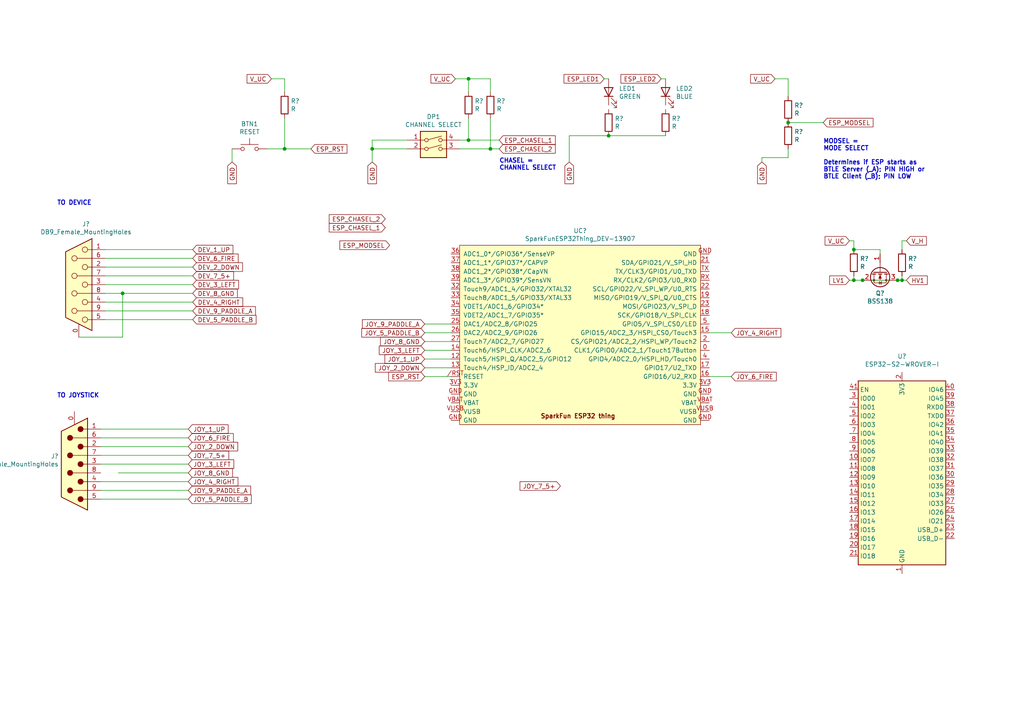
<source format=kicad_sch>
(kicad_sch (version 20211123) (generator eeschema)

  (uuid 32acf627-ade9-4910-ab3e-72731690508b)

  (paper "A4")

  (title_block
    (title "CX2BTLE(_A+B) DEV Board (SparkFun ESP32 thing)")
    (date "2021-01-14")
    (rev "0")
    (company "CWA Cloud")
  )

  (lib_symbols
    (symbol "Connector:DB9_Female_MountingHoles" (pin_names (offset 1.016) hide) (in_bom yes) (on_board yes)
      (property "Reference" "J" (id 0) (at 0 16.51 0)
        (effects (font (size 1.27 1.27)))
      )
      (property "Value" "DB9_Female_MountingHoles" (id 1) (at 0 14.605 0)
        (effects (font (size 1.27 1.27)))
      )
      (property "Footprint" "" (id 2) (at 0 0 0)
        (effects (font (size 1.27 1.27)) hide)
      )
      (property "Datasheet" " ~" (id 3) (at 0 0 0)
        (effects (font (size 1.27 1.27)) hide)
      )
      (property "ki_keywords" "connector female D-SUB" (id 4) (at 0 0 0)
        (effects (font (size 1.27 1.27)) hide)
      )
      (property "ki_description" "9-pin female D-SUB connector, Mounting Hole" (id 5) (at 0 0 0)
        (effects (font (size 1.27 1.27)) hide)
      )
      (property "ki_fp_filters" "DSUB*Female*" (id 6) (at 0 0 0)
        (effects (font (size 1.27 1.27)) hide)
      )
      (symbol "DB9_Female_MountingHoles_0_1"
        (circle (center -1.778 -10.16) (radius 0.762)
          (stroke (width 0) (type default) (color 0 0 0 0))
          (fill (type none))
        )
        (circle (center -1.778 -5.08) (radius 0.762)
          (stroke (width 0) (type default) (color 0 0 0 0))
          (fill (type none))
        )
        (circle (center -1.778 0) (radius 0.762)
          (stroke (width 0) (type default) (color 0 0 0 0))
          (fill (type none))
        )
        (circle (center -1.778 5.08) (radius 0.762)
          (stroke (width 0) (type default) (color 0 0 0 0))
          (fill (type none))
        )
        (circle (center -1.778 10.16) (radius 0.762)
          (stroke (width 0) (type default) (color 0 0 0 0))
          (fill (type none))
        )
        (polyline
          (pts
            (xy -3.81 -10.16)
            (xy -2.54 -10.16)
          )
          (stroke (width 0) (type default) (color 0 0 0 0))
          (fill (type none))
        )
        (polyline
          (pts
            (xy -3.81 -7.62)
            (xy 0.508 -7.62)
          )
          (stroke (width 0) (type default) (color 0 0 0 0))
          (fill (type none))
        )
        (polyline
          (pts
            (xy -3.81 -5.08)
            (xy -2.54 -5.08)
          )
          (stroke (width 0) (type default) (color 0 0 0 0))
          (fill (type none))
        )
        (polyline
          (pts
            (xy -3.81 -2.54)
            (xy 0.508 -2.54)
          )
          (stroke (width 0) (type default) (color 0 0 0 0))
          (fill (type none))
        )
        (polyline
          (pts
            (xy -3.81 0)
            (xy -2.54 0)
          )
          (stroke (width 0) (type default) (color 0 0 0 0))
          (fill (type none))
        )
        (polyline
          (pts
            (xy -3.81 2.54)
            (xy 0.508 2.54)
          )
          (stroke (width 0) (type default) (color 0 0 0 0))
          (fill (type none))
        )
        (polyline
          (pts
            (xy -3.81 5.08)
            (xy -2.54 5.08)
          )
          (stroke (width 0) (type default) (color 0 0 0 0))
          (fill (type none))
        )
        (polyline
          (pts
            (xy -3.81 7.62)
            (xy 0.508 7.62)
          )
          (stroke (width 0) (type default) (color 0 0 0 0))
          (fill (type none))
        )
        (polyline
          (pts
            (xy -3.81 10.16)
            (xy -2.54 10.16)
          )
          (stroke (width 0) (type default) (color 0 0 0 0))
          (fill (type none))
        )
        (polyline
          (pts
            (xy -3.81 13.335)
            (xy -3.81 -13.335)
            (xy 3.81 -9.525)
            (xy 3.81 9.525)
            (xy -3.81 13.335)
          )
          (stroke (width 0.254) (type default) (color 0 0 0 0))
          (fill (type background))
        )
        (circle (center 1.27 -7.62) (radius 0.762)
          (stroke (width 0) (type default) (color 0 0 0 0))
          (fill (type none))
        )
        (circle (center 1.27 -2.54) (radius 0.762)
          (stroke (width 0) (type default) (color 0 0 0 0))
          (fill (type none))
        )
        (circle (center 1.27 2.54) (radius 0.762)
          (stroke (width 0) (type default) (color 0 0 0 0))
          (fill (type none))
        )
        (circle (center 1.27 7.62) (radius 0.762)
          (stroke (width 0) (type default) (color 0 0 0 0))
          (fill (type none))
        )
      )
      (symbol "DB9_Female_MountingHoles_1_1"
        (pin passive line (at 0 -15.24 90) (length 3.81)
          (name "PAD" (effects (font (size 1.27 1.27))))
          (number "0" (effects (font (size 1.27 1.27))))
        )
        (pin passive line (at -7.62 10.16 0) (length 3.81)
          (name "1" (effects (font (size 1.27 1.27))))
          (number "1" (effects (font (size 1.27 1.27))))
        )
        (pin passive line (at -7.62 5.08 0) (length 3.81)
          (name "2" (effects (font (size 1.27 1.27))))
          (number "2" (effects (font (size 1.27 1.27))))
        )
        (pin passive line (at -7.62 0 0) (length 3.81)
          (name "3" (effects (font (size 1.27 1.27))))
          (number "3" (effects (font (size 1.27 1.27))))
        )
        (pin passive line (at -7.62 -5.08 0) (length 3.81)
          (name "4" (effects (font (size 1.27 1.27))))
          (number "4" (effects (font (size 1.27 1.27))))
        )
        (pin passive line (at -7.62 -10.16 0) (length 3.81)
          (name "5" (effects (font (size 1.27 1.27))))
          (number "5" (effects (font (size 1.27 1.27))))
        )
        (pin passive line (at -7.62 7.62 0) (length 3.81)
          (name "6" (effects (font (size 1.27 1.27))))
          (number "6" (effects (font (size 1.27 1.27))))
        )
        (pin passive line (at -7.62 2.54 0) (length 3.81)
          (name "7" (effects (font (size 1.27 1.27))))
          (number "7" (effects (font (size 1.27 1.27))))
        )
        (pin passive line (at -7.62 -2.54 0) (length 3.81)
          (name "8" (effects (font (size 1.27 1.27))))
          (number "8" (effects (font (size 1.27 1.27))))
        )
        (pin passive line (at -7.62 -7.62 0) (length 3.81)
          (name "9" (effects (font (size 1.27 1.27))))
          (number "9" (effects (font (size 1.27 1.27))))
        )
      )
    )
    (symbol "Connector:DB9_Male_MountingHoles" (pin_names (offset 1.016) hide) (in_bom yes) (on_board yes)
      (property "Reference" "J" (id 0) (at 0 16.51 0)
        (effects (font (size 1.27 1.27)))
      )
      (property "Value" "DB9_Male_MountingHoles" (id 1) (at 0 14.605 0)
        (effects (font (size 1.27 1.27)))
      )
      (property "Footprint" "" (id 2) (at 0 0 0)
        (effects (font (size 1.27 1.27)) hide)
      )
      (property "Datasheet" " ~" (id 3) (at 0 0 0)
        (effects (font (size 1.27 1.27)) hide)
      )
      (property "ki_keywords" "connector male D-SUB" (id 4) (at 0 0 0)
        (effects (font (size 1.27 1.27)) hide)
      )
      (property "ki_description" "9-pin male D-SUB connector, Mounting Hole" (id 5) (at 0 0 0)
        (effects (font (size 1.27 1.27)) hide)
      )
      (property "ki_fp_filters" "DSUB*Male*" (id 6) (at 0 0 0)
        (effects (font (size 1.27 1.27)) hide)
      )
      (symbol "DB9_Male_MountingHoles_0_1"
        (circle (center -1.778 -10.16) (radius 0.762)
          (stroke (width 0) (type default) (color 0 0 0 0))
          (fill (type outline))
        )
        (circle (center -1.778 -5.08) (radius 0.762)
          (stroke (width 0) (type default) (color 0 0 0 0))
          (fill (type outline))
        )
        (circle (center -1.778 0) (radius 0.762)
          (stroke (width 0) (type default) (color 0 0 0 0))
          (fill (type outline))
        )
        (circle (center -1.778 5.08) (radius 0.762)
          (stroke (width 0) (type default) (color 0 0 0 0))
          (fill (type outline))
        )
        (circle (center -1.778 10.16) (radius 0.762)
          (stroke (width 0) (type default) (color 0 0 0 0))
          (fill (type outline))
        )
        (polyline
          (pts
            (xy -3.81 -10.16)
            (xy -2.54 -10.16)
          )
          (stroke (width 0) (type default) (color 0 0 0 0))
          (fill (type none))
        )
        (polyline
          (pts
            (xy -3.81 -7.62)
            (xy 0.508 -7.62)
          )
          (stroke (width 0) (type default) (color 0 0 0 0))
          (fill (type none))
        )
        (polyline
          (pts
            (xy -3.81 -5.08)
            (xy -2.54 -5.08)
          )
          (stroke (width 0) (type default) (color 0 0 0 0))
          (fill (type none))
        )
        (polyline
          (pts
            (xy -3.81 -2.54)
            (xy 0.508 -2.54)
          )
          (stroke (width 0) (type default) (color 0 0 0 0))
          (fill (type none))
        )
        (polyline
          (pts
            (xy -3.81 0)
            (xy -2.54 0)
          )
          (stroke (width 0) (type default) (color 0 0 0 0))
          (fill (type none))
        )
        (polyline
          (pts
            (xy -3.81 2.54)
            (xy 0.508 2.54)
          )
          (stroke (width 0) (type default) (color 0 0 0 0))
          (fill (type none))
        )
        (polyline
          (pts
            (xy -3.81 5.08)
            (xy -2.54 5.08)
          )
          (stroke (width 0) (type default) (color 0 0 0 0))
          (fill (type none))
        )
        (polyline
          (pts
            (xy -3.81 7.62)
            (xy 0.508 7.62)
          )
          (stroke (width 0) (type default) (color 0 0 0 0))
          (fill (type none))
        )
        (polyline
          (pts
            (xy -3.81 10.16)
            (xy -2.54 10.16)
          )
          (stroke (width 0) (type default) (color 0 0 0 0))
          (fill (type none))
        )
        (polyline
          (pts
            (xy -3.81 -13.335)
            (xy -3.81 13.335)
            (xy 3.81 9.525)
            (xy 3.81 -9.525)
            (xy -3.81 -13.335)
          )
          (stroke (width 0.254) (type default) (color 0 0 0 0))
          (fill (type background))
        )
        (circle (center 1.27 -7.62) (radius 0.762)
          (stroke (width 0) (type default) (color 0 0 0 0))
          (fill (type outline))
        )
        (circle (center 1.27 -2.54) (radius 0.762)
          (stroke (width 0) (type default) (color 0 0 0 0))
          (fill (type outline))
        )
        (circle (center 1.27 2.54) (radius 0.762)
          (stroke (width 0) (type default) (color 0 0 0 0))
          (fill (type outline))
        )
        (circle (center 1.27 7.62) (radius 0.762)
          (stroke (width 0) (type default) (color 0 0 0 0))
          (fill (type outline))
        )
      )
      (symbol "DB9_Male_MountingHoles_1_1"
        (pin passive line (at 0 -15.24 90) (length 3.81)
          (name "PAD" (effects (font (size 1.27 1.27))))
          (number "0" (effects (font (size 1.27 1.27))))
        )
        (pin passive line (at -7.62 -10.16 0) (length 3.81)
          (name "1" (effects (font (size 1.27 1.27))))
          (number "1" (effects (font (size 1.27 1.27))))
        )
        (pin passive line (at -7.62 -5.08 0) (length 3.81)
          (name "2" (effects (font (size 1.27 1.27))))
          (number "2" (effects (font (size 1.27 1.27))))
        )
        (pin passive line (at -7.62 0 0) (length 3.81)
          (name "3" (effects (font (size 1.27 1.27))))
          (number "3" (effects (font (size 1.27 1.27))))
        )
        (pin passive line (at -7.62 5.08 0) (length 3.81)
          (name "4" (effects (font (size 1.27 1.27))))
          (number "4" (effects (font (size 1.27 1.27))))
        )
        (pin passive line (at -7.62 10.16 0) (length 3.81)
          (name "5" (effects (font (size 1.27 1.27))))
          (number "5" (effects (font (size 1.27 1.27))))
        )
        (pin passive line (at -7.62 -7.62 0) (length 3.81)
          (name "6" (effects (font (size 1.27 1.27))))
          (number "6" (effects (font (size 1.27 1.27))))
        )
        (pin passive line (at -7.62 -2.54 0) (length 3.81)
          (name "7" (effects (font (size 1.27 1.27))))
          (number "7" (effects (font (size 1.27 1.27))))
        )
        (pin passive line (at -7.62 2.54 0) (length 3.81)
          (name "8" (effects (font (size 1.27 1.27))))
          (number "8" (effects (font (size 1.27 1.27))))
        )
        (pin passive line (at -7.62 7.62 0) (length 3.81)
          (name "9" (effects (font (size 1.27 1.27))))
          (number "9" (effects (font (size 1.27 1.27))))
        )
      )
    )
    (symbol "DEVBOARDS:SparkFunESP32Thing_DEV-13907" (pin_names (offset 1.016)) (in_bom yes) (on_board yes)
      (property "Reference" "UC" (id 0) (at -3.81 26.67 0)
        (effects (font (size 1.27 1.27)))
      )
      (property "Value" "SparkFunESP32Thing_DEV-13907" (id 1) (at -3.81 26.67 0)
        (effects (font (size 1.27 1.27)))
      )
      (property "Footprint" "" (id 2) (at -3.81 26.67 0)
        (effects (font (size 1.27 1.27)) hide)
      )
      (property "Datasheet" "" (id 3) (at -3.81 26.67 0)
        (effects (font (size 1.27 1.27)) hide)
      )
      (symbol "SparkFunESP32Thing_DEV-13907_0_0"
        (text "SparkFun ESP32 thing" (at 1.27 -24.13 0)
          (effects (font (size 1.27 1.27) bold))
        )
      )
      (symbol "SparkFunESP32Thing_DEV-13907_0_1"
        (rectangle (start -33.02 25.4) (end 36.83 -26.67)
          (stroke (width 0) (type default) (color 0 0 0 0))
          (fill (type background))
        )
      )
      (symbol "SparkFunESP32Thing_DEV-13907_1_1"
        (pin input line (at -35.56 -12.7 0) (length 2.54)
          (name "RESET" (effects (font (size 1.27 1.27))))
          (number "/RST" (effects (font (size 1.27 1.27))))
        )
        (pin bidirectional line (at 39.37 -5.08 180) (length 2.54)
          (name "CLK1/GPIO0/ADC2_1/Touch17Button" (effects (font (size 1.27 1.27))))
          (number "0" (effects (font (size 1.27 1.27))))
        )
        (pin bidirectional line (at -35.56 -7.62 0) (length 2.54)
          (name "Touch5/HSPI_Q/ADC2_5/GPIO12" (effects (font (size 1.27 1.27))))
          (number "12" (effects (font (size 1.27 1.27))))
        )
        (pin bidirectional line (at -35.56 -10.16 0) (length 2.54)
          (name "Touch4/HSP_ID/ADC2_4" (effects (font (size 1.27 1.27))))
          (number "13" (effects (font (size 1.27 1.27))))
        )
        (pin bidirectional line (at -35.56 -5.08 0) (length 2.54)
          (name "Touch6/HSPI_CLK/ADC2_6" (effects (font (size 1.27 1.27))))
          (number "14" (effects (font (size 1.27 1.27))))
        )
        (pin bidirectional line (at 39.37 0 180) (length 2.54)
          (name "GPIO15/ADC2_3/HSPI_CS0/Touch3" (effects (font (size 1.27 1.27))))
          (number "15" (effects (font (size 1.27 1.27))))
        )
        (pin bidirectional line (at 39.37 -12.7 180) (length 2.54)
          (name "GPIO16/U2_RXD" (effects (font (size 1.27 1.27))))
          (number "16" (effects (font (size 1.27 1.27))))
        )
        (pin bidirectional line (at 39.37 -10.16 180) (length 2.54)
          (name "GPIO17/U2_TXD" (effects (font (size 1.27 1.27))))
          (number "17" (effects (font (size 1.27 1.27))))
        )
        (pin bidirectional line (at 39.37 5.08 180) (length 2.54)
          (name "SCK/GPIO18/V_SPI_CLK" (effects (font (size 1.27 1.27))))
          (number "18" (effects (font (size 1.27 1.27))))
        )
        (pin bidirectional line (at 39.37 10.16 180) (length 2.54)
          (name "MISO/GPIO19/V_SPI_Q/U0_CTS" (effects (font (size 1.27 1.27))))
          (number "19" (effects (font (size 1.27 1.27))))
        )
        (pin bidirectional line (at 39.37 -2.54 180) (length 2.54)
          (name "CS/GPIO21/ADC2_2/HSPI_WP/Touch2" (effects (font (size 1.27 1.27))))
          (number "2" (effects (font (size 1.27 1.27))))
        )
        (pin bidirectional line (at 39.37 20.32 180) (length 2.54)
          (name "SDA/GPIO21/V_SPI_HD" (effects (font (size 1.27 1.27))))
          (number "21" (effects (font (size 1.27 1.27))))
        )
        (pin bidirectional line (at 39.37 12.7 180) (length 2.54)
          (name "SCL/GPIO22/V_SPI_WP/U0_RTS" (effects (font (size 1.27 1.27))))
          (number "22" (effects (font (size 1.27 1.27))))
        )
        (pin bidirectional line (at 39.37 7.62 180) (length 2.54)
          (name "MOSI/GPIO23/V_SPI_D" (effects (font (size 1.27 1.27))))
          (number "23" (effects (font (size 1.27 1.27))))
        )
        (pin bidirectional line (at -35.56 2.54 0) (length 2.54)
          (name "DAC1/ADC2_8/GPIO25" (effects (font (size 1.27 1.27))))
          (number "25" (effects (font (size 1.27 1.27))))
        )
        (pin bidirectional line (at -35.56 0 0) (length 2.54)
          (name "DAC2/ADC2_9/GPIO26" (effects (font (size 1.27 1.27))))
          (number "26" (effects (font (size 1.27 1.27))))
        )
        (pin bidirectional line (at -35.56 -2.54 0) (length 2.54)
          (name "Touch7/ADC2_7/GPIO27" (effects (font (size 1.27 1.27))))
          (number "27" (effects (font (size 1.27 1.27))))
        )
        (pin bidirectional line (at -35.56 12.7 0) (length 2.54)
          (name "Touch9/ADC1_4/GPIO32/XTAL32" (effects (font (size 1.27 1.27))))
          (number "32" (effects (font (size 1.27 1.27))))
        )
        (pin bidirectional line (at -35.56 10.16 0) (length 2.54)
          (name "Touch8/ADC1_5/GPIO33/XTAL33" (effects (font (size 1.27 1.27))))
          (number "33" (effects (font (size 1.27 1.27))))
        )
        (pin bidirectional line (at -35.56 7.62 0) (length 2.54)
          (name "VDET1/ADC1_6/GPIO34*" (effects (font (size 1.27 1.27))))
          (number "34" (effects (font (size 1.27 1.27))))
        )
        (pin input line (at -35.56 5.08 0) (length 2.54)
          (name "VDET2/ADC1_7/GPIO35*" (effects (font (size 1.27 1.27))))
          (number "35" (effects (font (size 1.27 1.27))))
        )
        (pin input line (at -35.56 22.86 0) (length 2.54)
          (name "ADC1_0*/GPIO36*/SenseVP" (effects (font (size 1.27 1.27))))
          (number "36" (effects (font (size 1.27 1.27))))
        )
        (pin input line (at -35.56 20.32 0) (length 2.54)
          (name "ADC1_1*/GPIO37*/CAPVP" (effects (font (size 1.27 1.27))))
          (number "37" (effects (font (size 1.27 1.27))))
        )
        (pin input line (at -35.56 17.78 0) (length 2.54)
          (name "ADC1_2*/GPIO38*/CapVN" (effects (font (size 1.27 1.27))))
          (number "38" (effects (font (size 1.27 1.27))))
        )
        (pin input line (at -35.56 15.24 0) (length 2.54)
          (name "ADC1_3*/GPIO39*/SensVN" (effects (font (size 1.27 1.27))))
          (number "39" (effects (font (size 1.27 1.27))))
        )
        (pin power_in line (at -35.56 -15.24 0) (length 2.54)
          (name "3.3V" (effects (font (size 1.27 1.27))))
          (number "3V3" (effects (font (size 1.27 1.27))))
        )
        (pin bidirectional line (at 39.37 -15.24 180) (length 2.54)
          (name "3.3V" (effects (font (size 1.27 1.27))))
          (number "3V3" (effects (font (size 1.27 1.27))))
        )
        (pin bidirectional line (at 39.37 -7.62 180) (length 2.54)
          (name "GPIO4/ADC2_0/HSPI_HD/Touch0" (effects (font (size 1.27 1.27))))
          (number "4" (effects (font (size 1.27 1.27))))
        )
        (pin bidirectional line (at 39.37 2.54 180) (length 2.54)
          (name "GPIO5/V_SPI_CS0/LED" (effects (font (size 1.27 1.27))))
          (number "5" (effects (font (size 1.27 1.27))))
        )
        (pin power_in line (at -35.56 -25.4 0) (length 2.54)
          (name "GND" (effects (font (size 1.27 1.27))))
          (number "GND" (effects (font (size 1.27 1.27))))
        )
        (pin power_in line (at -35.56 -17.78 0) (length 2.54)
          (name "GND" (effects (font (size 1.27 1.27))))
          (number "GND" (effects (font (size 1.27 1.27))))
        )
        (pin bidirectional line (at 39.37 -25.4 180) (length 2.54)
          (name "GND" (effects (font (size 1.27 1.27))))
          (number "GND" (effects (font (size 1.27 1.27))))
        )
        (pin bidirectional line (at 39.37 -17.78 180) (length 2.54)
          (name "GND" (effects (font (size 1.27 1.27))))
          (number "GND" (effects (font (size 1.27 1.27))))
        )
        (pin bidirectional line (at 39.37 22.86 180) (length 2.54)
          (name "GND" (effects (font (size 1.27 1.27))))
          (number "GND" (effects (font (size 1.27 1.27))))
        )
        (pin bidirectional line (at 39.37 15.24 180) (length 2.54)
          (name "RX/CLK2/GPIO3/U0_RXD" (effects (font (size 1.27 1.27))))
          (number "RX" (effects (font (size 1.27 1.27))))
        )
        (pin bidirectional line (at 39.37 17.78 180) (length 2.54)
          (name "TX/CLK3/GPIO1/U0_TXD" (effects (font (size 1.27 1.27))))
          (number "TX" (effects (font (size 1.27 1.27))))
        )
        (pin power_in line (at -35.56 -20.32 0) (length 2.54)
          (name "VBAT" (effects (font (size 1.27 1.27))))
          (number "VBAT" (effects (font (size 1.27 1.27))))
        )
        (pin bidirectional line (at 39.37 -20.32 180) (length 2.54)
          (name "VBAT" (effects (font (size 1.27 1.27))))
          (number "VBAT" (effects (font (size 1.27 1.27))))
        )
        (pin power_in line (at -35.56 -22.86 0) (length 2.54)
          (name "VUSB" (effects (font (size 1.27 1.27))))
          (number "VUSB" (effects (font (size 1.27 1.27))))
        )
        (pin bidirectional line (at 39.37 -22.86 180) (length 2.54)
          (name "VUSB" (effects (font (size 1.27 1.27))))
          (number "VUSB" (effects (font (size 1.27 1.27))))
        )
      )
    )
    (symbol "Device:LED" (pin_numbers hide) (pin_names (offset 1.016) hide) (in_bom yes) (on_board yes)
      (property "Reference" "D" (id 0) (at 0 2.54 0)
        (effects (font (size 1.27 1.27)))
      )
      (property "Value" "LED" (id 1) (at 0 -2.54 0)
        (effects (font (size 1.27 1.27)))
      )
      (property "Footprint" "" (id 2) (at 0 0 0)
        (effects (font (size 1.27 1.27)) hide)
      )
      (property "Datasheet" "~" (id 3) (at 0 0 0)
        (effects (font (size 1.27 1.27)) hide)
      )
      (property "ki_keywords" "LED diode" (id 4) (at 0 0 0)
        (effects (font (size 1.27 1.27)) hide)
      )
      (property "ki_description" "Light emitting diode" (id 5) (at 0 0 0)
        (effects (font (size 1.27 1.27)) hide)
      )
      (property "ki_fp_filters" "LED* LED_SMD:* LED_THT:*" (id 6) (at 0 0 0)
        (effects (font (size 1.27 1.27)) hide)
      )
      (symbol "LED_0_1"
        (polyline
          (pts
            (xy -1.27 -1.27)
            (xy -1.27 1.27)
          )
          (stroke (width 0.254) (type default) (color 0 0 0 0))
          (fill (type none))
        )
        (polyline
          (pts
            (xy -1.27 0)
            (xy 1.27 0)
          )
          (stroke (width 0) (type default) (color 0 0 0 0))
          (fill (type none))
        )
        (polyline
          (pts
            (xy 1.27 -1.27)
            (xy 1.27 1.27)
            (xy -1.27 0)
            (xy 1.27 -1.27)
          )
          (stroke (width 0.254) (type default) (color 0 0 0 0))
          (fill (type none))
        )
        (polyline
          (pts
            (xy -3.048 -0.762)
            (xy -4.572 -2.286)
            (xy -3.81 -2.286)
            (xy -4.572 -2.286)
            (xy -4.572 -1.524)
          )
          (stroke (width 0) (type default) (color 0 0 0 0))
          (fill (type none))
        )
        (polyline
          (pts
            (xy -1.778 -0.762)
            (xy -3.302 -2.286)
            (xy -2.54 -2.286)
            (xy -3.302 -2.286)
            (xy -3.302 -1.524)
          )
          (stroke (width 0) (type default) (color 0 0 0 0))
          (fill (type none))
        )
      )
      (symbol "LED_1_1"
        (pin passive line (at -3.81 0 0) (length 2.54)
          (name "K" (effects (font (size 1.27 1.27))))
          (number "1" (effects (font (size 1.27 1.27))))
        )
        (pin passive line (at 3.81 0 180) (length 2.54)
          (name "A" (effects (font (size 1.27 1.27))))
          (number "2" (effects (font (size 1.27 1.27))))
        )
      )
    )
    (symbol "Device:R" (pin_numbers hide) (pin_names (offset 0)) (in_bom yes) (on_board yes)
      (property "Reference" "R" (id 0) (at 2.032 0 90)
        (effects (font (size 1.27 1.27)))
      )
      (property "Value" "R" (id 1) (at 0 0 90)
        (effects (font (size 1.27 1.27)))
      )
      (property "Footprint" "" (id 2) (at -1.778 0 90)
        (effects (font (size 1.27 1.27)) hide)
      )
      (property "Datasheet" "~" (id 3) (at 0 0 0)
        (effects (font (size 1.27 1.27)) hide)
      )
      (property "ki_keywords" "R res resistor" (id 4) (at 0 0 0)
        (effects (font (size 1.27 1.27)) hide)
      )
      (property "ki_description" "Resistor" (id 5) (at 0 0 0)
        (effects (font (size 1.27 1.27)) hide)
      )
      (property "ki_fp_filters" "R_*" (id 6) (at 0 0 0)
        (effects (font (size 1.27 1.27)) hide)
      )
      (symbol "R_0_1"
        (rectangle (start -1.016 -2.54) (end 1.016 2.54)
          (stroke (width 0.254) (type default) (color 0 0 0 0))
          (fill (type none))
        )
      )
      (symbol "R_1_1"
        (pin passive line (at 0 3.81 270) (length 1.27)
          (name "~" (effects (font (size 1.27 1.27))))
          (number "1" (effects (font (size 1.27 1.27))))
        )
        (pin passive line (at 0 -3.81 90) (length 1.27)
          (name "~" (effects (font (size 1.27 1.27))))
          (number "2" (effects (font (size 1.27 1.27))))
        )
      )
    )
    (symbol "RF_Module:ESP32-S2-WROVER-I" (in_bom yes) (on_board yes)
      (property "Reference" "U" (id 0) (at -12.7 29.21 0)
        (effects (font (size 1.27 1.27)) (justify left))
      )
      (property "Value" "ESP32-S2-WROVER-I" (id 1) (at 2.54 29.21 0)
        (effects (font (size 1.27 1.27)) (justify left))
      )
      (property "Footprint" "RF_Module:ESP32-S2-WROVER" (id 2) (at 19.05 -29.21 0)
        (effects (font (size 1.27 1.27)) hide)
      )
      (property "Datasheet" "https://www.espressif.com/sites/default/files/documentation/esp32-s2-wroom_esp32-s2-wroom-i_datasheet_en.pdf" (id 3) (at -7.62 -20.32 0)
        (effects (font (size 1.27 1.27)) hide)
      )
      (property "ki_keywords" "RF Radio ESP ESP32 Espressif onboard PCB antenna" (id 4) (at 0 0 0)
        (effects (font (size 1.27 1.27)) hide)
      )
      (property "ki_description" "RF Module, ESP32-D0WDQ6 SoC, Wi-Fi 802.11b/g/n, 32-bit, 2.7-3.6V, onboard antenna, SMD" (id 5) (at 0 0 0)
        (effects (font (size 1.27 1.27)) hide)
      )
      (property "ki_fp_filters" "ESP32?S2?WROVER*" (id 6) (at 0 0 0)
        (effects (font (size 1.27 1.27)) hide)
      )
      (symbol "ESP32-S2-WROVER-I_0_1"
        (rectangle (start -12.7 27.94) (end 12.7 -25.4)
          (stroke (width 0.254) (type default) (color 0 0 0 0))
          (fill (type background))
        )
      )
      (symbol "ESP32-S2-WROVER-I_1_1"
        (pin power_in line (at 0 -27.94 90) (length 2.54)
          (name "GND" (effects (font (size 1.27 1.27))))
          (number "1" (effects (font (size 1.27 1.27))))
        )
        (pin bidirectional line (at -15.24 5.08 0) (length 2.54)
          (name "IO07" (effects (font (size 1.27 1.27))))
          (number "10" (effects (font (size 1.27 1.27))))
        )
        (pin bidirectional line (at -15.24 2.54 0) (length 2.54)
          (name "IO08" (effects (font (size 1.27 1.27))))
          (number "11" (effects (font (size 1.27 1.27))))
        )
        (pin bidirectional line (at -15.24 0 0) (length 2.54)
          (name "IO09" (effects (font (size 1.27 1.27))))
          (number "12" (effects (font (size 1.27 1.27))))
        )
        (pin bidirectional line (at -15.24 -2.54 0) (length 2.54)
          (name "IO10" (effects (font (size 1.27 1.27))))
          (number "13" (effects (font (size 1.27 1.27))))
        )
        (pin bidirectional line (at -15.24 -5.08 0) (length 2.54)
          (name "IO11" (effects (font (size 1.27 1.27))))
          (number "14" (effects (font (size 1.27 1.27))))
        )
        (pin bidirectional line (at -15.24 -7.62 0) (length 2.54)
          (name "IO12" (effects (font (size 1.27 1.27))))
          (number "15" (effects (font (size 1.27 1.27))))
        )
        (pin bidirectional line (at -15.24 -10.16 0) (length 2.54)
          (name "IO13" (effects (font (size 1.27 1.27))))
          (number "16" (effects (font (size 1.27 1.27))))
        )
        (pin bidirectional line (at -15.24 -12.7 0) (length 2.54)
          (name "IO14" (effects (font (size 1.27 1.27))))
          (number "17" (effects (font (size 1.27 1.27))))
        )
        (pin bidirectional line (at -15.24 -15.24 0) (length 2.54)
          (name "IO15" (effects (font (size 1.27 1.27))))
          (number "18" (effects (font (size 1.27 1.27))))
        )
        (pin bidirectional line (at -15.24 -17.78 0) (length 2.54)
          (name "IO16" (effects (font (size 1.27 1.27))))
          (number "19" (effects (font (size 1.27 1.27))))
        )
        (pin power_in line (at 0 30.48 270) (length 2.54)
          (name "3V3" (effects (font (size 1.27 1.27))))
          (number "2" (effects (font (size 1.27 1.27))))
        )
        (pin bidirectional line (at -15.24 -20.32 0) (length 2.54)
          (name "IO17" (effects (font (size 1.27 1.27))))
          (number "20" (effects (font (size 1.27 1.27))))
        )
        (pin bidirectional line (at -15.24 -22.86 0) (length 2.54)
          (name "IO18" (effects (font (size 1.27 1.27))))
          (number "21" (effects (font (size 1.27 1.27))))
        )
        (pin bidirectional line (at 15.24 -17.78 180) (length 2.54)
          (name "USB_D-" (effects (font (size 1.27 1.27))))
          (number "22" (effects (font (size 1.27 1.27))))
        )
        (pin bidirectional line (at 15.24 -15.24 180) (length 2.54)
          (name "USB_D+" (effects (font (size 1.27 1.27))))
          (number "23" (effects (font (size 1.27 1.27))))
        )
        (pin bidirectional line (at 15.24 -12.7 180) (length 2.54)
          (name "IO21" (effects (font (size 1.27 1.27))))
          (number "24" (effects (font (size 1.27 1.27))))
        )
        (pin bidirectional line (at 15.24 -10.16 180) (length 2.54)
          (name "IO26" (effects (font (size 1.27 1.27))))
          (number "25" (effects (font (size 1.27 1.27))))
        )
        (pin passive line (at 0 -27.94 90) (length 2.54) hide
          (name "GND" (effects (font (size 1.27 1.27))))
          (number "26" (effects (font (size 1.27 1.27))))
        )
        (pin bidirectional line (at 15.24 -7.62 180) (length 2.54)
          (name "IO33" (effects (font (size 1.27 1.27))))
          (number "27" (effects (font (size 1.27 1.27))))
        )
        (pin bidirectional line (at 15.24 -5.08 180) (length 2.54)
          (name "IO34" (effects (font (size 1.27 1.27))))
          (number "28" (effects (font (size 1.27 1.27))))
        )
        (pin bidirectional line (at 15.24 -2.54 180) (length 2.54)
          (name "IO35" (effects (font (size 1.27 1.27))))
          (number "29" (effects (font (size 1.27 1.27))))
        )
        (pin bidirectional line (at -15.24 22.86 0) (length 2.54)
          (name "IO00" (effects (font (size 1.27 1.27))))
          (number "3" (effects (font (size 1.27 1.27))))
        )
        (pin bidirectional line (at 15.24 0 180) (length 2.54)
          (name "IO36" (effects (font (size 1.27 1.27))))
          (number "30" (effects (font (size 1.27 1.27))))
        )
        (pin bidirectional line (at 15.24 2.54 180) (length 2.54)
          (name "IO37" (effects (font (size 1.27 1.27))))
          (number "31" (effects (font (size 1.27 1.27))))
        )
        (pin bidirectional line (at 15.24 5.08 180) (length 2.54)
          (name "IO38" (effects (font (size 1.27 1.27))))
          (number "32" (effects (font (size 1.27 1.27))))
        )
        (pin bidirectional line (at 15.24 7.62 180) (length 2.54)
          (name "IO39" (effects (font (size 1.27 1.27))))
          (number "33" (effects (font (size 1.27 1.27))))
        )
        (pin bidirectional line (at 15.24 10.16 180) (length 2.54)
          (name "IO40" (effects (font (size 1.27 1.27))))
          (number "34" (effects (font (size 1.27 1.27))))
        )
        (pin bidirectional line (at 15.24 12.7 180) (length 2.54)
          (name "IO41" (effects (font (size 1.27 1.27))))
          (number "35" (effects (font (size 1.27 1.27))))
        )
        (pin bidirectional line (at 15.24 15.24 180) (length 2.54)
          (name "IO42" (effects (font (size 1.27 1.27))))
          (number "36" (effects (font (size 1.27 1.27))))
        )
        (pin bidirectional line (at 15.24 17.78 180) (length 2.54)
          (name "TXD0" (effects (font (size 1.27 1.27))))
          (number "37" (effects (font (size 1.27 1.27))))
        )
        (pin bidirectional line (at 15.24 20.32 180) (length 2.54)
          (name "RXD0" (effects (font (size 1.27 1.27))))
          (number "38" (effects (font (size 1.27 1.27))))
        )
        (pin bidirectional line (at 15.24 22.86 180) (length 2.54)
          (name "IO45" (effects (font (size 1.27 1.27))))
          (number "39" (effects (font (size 1.27 1.27))))
        )
        (pin bidirectional line (at -15.24 20.32 0) (length 2.54)
          (name "IO01" (effects (font (size 1.27 1.27))))
          (number "4" (effects (font (size 1.27 1.27))))
        )
        (pin input line (at 15.24 25.4 180) (length 2.54)
          (name "IO46" (effects (font (size 1.27 1.27))))
          (number "40" (effects (font (size 1.27 1.27))))
        )
        (pin input line (at -15.24 25.4 0) (length 2.54)
          (name "EN" (effects (font (size 1.27 1.27))))
          (number "41" (effects (font (size 1.27 1.27))))
        )
        (pin passive line (at 0 -27.94 90) (length 2.54) hide
          (name "GND" (effects (font (size 1.27 1.27))))
          (number "42" (effects (font (size 1.27 1.27))))
        )
        (pin passive line (at 0 -27.94 90) (length 2.54) hide
          (name "GND" (effects (font (size 1.27 1.27))))
          (number "43" (effects (font (size 1.27 1.27))))
        )
        (pin bidirectional line (at -15.24 17.78 0) (length 2.54)
          (name "IO02" (effects (font (size 1.27 1.27))))
          (number "5" (effects (font (size 1.27 1.27))))
        )
        (pin bidirectional line (at -15.24 15.24 0) (length 2.54)
          (name "IO03" (effects (font (size 1.27 1.27))))
          (number "6" (effects (font (size 1.27 1.27))))
        )
        (pin bidirectional line (at -15.24 12.7 0) (length 2.54)
          (name "IO04" (effects (font (size 1.27 1.27))))
          (number "7" (effects (font (size 1.27 1.27))))
        )
        (pin bidirectional line (at -15.24 10.16 0) (length 2.54)
          (name "IO05" (effects (font (size 1.27 1.27))))
          (number "8" (effects (font (size 1.27 1.27))))
        )
        (pin bidirectional line (at -15.24 7.62 0) (length 2.54)
          (name "IO06" (effects (font (size 1.27 1.27))))
          (number "9" (effects (font (size 1.27 1.27))))
        )
      )
    )
    (symbol "Switch:SW_DIP_x02" (pin_names (offset 0) hide) (in_bom yes) (on_board yes)
      (property "Reference" "SW" (id 0) (at 0 6.35 0)
        (effects (font (size 1.27 1.27)))
      )
      (property "Value" "SW_DIP_x02" (id 1) (at 0 -3.81 0)
        (effects (font (size 1.27 1.27)))
      )
      (property "Footprint" "" (id 2) (at 0 0 0)
        (effects (font (size 1.27 1.27)) hide)
      )
      (property "Datasheet" "~" (id 3) (at 0 0 0)
        (effects (font (size 1.27 1.27)) hide)
      )
      (property "ki_keywords" "dip switch" (id 4) (at 0 0 0)
        (effects (font (size 1.27 1.27)) hide)
      )
      (property "ki_description" "2x DIP Switch, Single Pole Single Throw (SPST) switch, small symbol" (id 5) (at 0 0 0)
        (effects (font (size 1.27 1.27)) hide)
      )
      (property "ki_fp_filters" "SW?DIP?x2*" (id 6) (at 0 0 0)
        (effects (font (size 1.27 1.27)) hide)
      )
      (symbol "SW_DIP_x02_0_0"
        (circle (center -2.032 0) (radius 0.508)
          (stroke (width 0) (type default) (color 0 0 0 0))
          (fill (type none))
        )
        (circle (center -2.032 2.54) (radius 0.508)
          (stroke (width 0) (type default) (color 0 0 0 0))
          (fill (type none))
        )
        (polyline
          (pts
            (xy -1.524 0.127)
            (xy 2.3622 1.1684)
          )
          (stroke (width 0) (type default) (color 0 0 0 0))
          (fill (type none))
        )
        (polyline
          (pts
            (xy -1.524 2.667)
            (xy 2.3622 3.7084)
          )
          (stroke (width 0) (type default) (color 0 0 0 0))
          (fill (type none))
        )
        (circle (center 2.032 0) (radius 0.508)
          (stroke (width 0) (type default) (color 0 0 0 0))
          (fill (type none))
        )
        (circle (center 2.032 2.54) (radius 0.508)
          (stroke (width 0) (type default) (color 0 0 0 0))
          (fill (type none))
        )
      )
      (symbol "SW_DIP_x02_0_1"
        (rectangle (start -3.81 5.08) (end 3.81 -2.54)
          (stroke (width 0.254) (type default) (color 0 0 0 0))
          (fill (type background))
        )
      )
      (symbol "SW_DIP_x02_1_1"
        (pin passive line (at -7.62 2.54 0) (length 5.08)
          (name "~" (effects (font (size 1.27 1.27))))
          (number "1" (effects (font (size 1.27 1.27))))
        )
        (pin passive line (at -7.62 0 0) (length 5.08)
          (name "~" (effects (font (size 1.27 1.27))))
          (number "2" (effects (font (size 1.27 1.27))))
        )
        (pin passive line (at 7.62 0 180) (length 5.08)
          (name "~" (effects (font (size 1.27 1.27))))
          (number "3" (effects (font (size 1.27 1.27))))
        )
        (pin passive line (at 7.62 2.54 180) (length 5.08)
          (name "~" (effects (font (size 1.27 1.27))))
          (number "4" (effects (font (size 1.27 1.27))))
        )
      )
    )
    (symbol "Switch:SW_Push" (pin_numbers hide) (pin_names (offset 1.016) hide) (in_bom yes) (on_board yes)
      (property "Reference" "SW" (id 0) (at 1.27 2.54 0)
        (effects (font (size 1.27 1.27)) (justify left))
      )
      (property "Value" "SW_Push" (id 1) (at 0 -1.524 0)
        (effects (font (size 1.27 1.27)))
      )
      (property "Footprint" "" (id 2) (at 0 5.08 0)
        (effects (font (size 1.27 1.27)) hide)
      )
      (property "Datasheet" "~" (id 3) (at 0 5.08 0)
        (effects (font (size 1.27 1.27)) hide)
      )
      (property "ki_keywords" "switch normally-open pushbutton push-button" (id 4) (at 0 0 0)
        (effects (font (size 1.27 1.27)) hide)
      )
      (property "ki_description" "Push button switch, generic, two pins" (id 5) (at 0 0 0)
        (effects (font (size 1.27 1.27)) hide)
      )
      (symbol "SW_Push_0_1"
        (circle (center -2.032 0) (radius 0.508)
          (stroke (width 0) (type default) (color 0 0 0 0))
          (fill (type none))
        )
        (polyline
          (pts
            (xy 0 1.27)
            (xy 0 3.048)
          )
          (stroke (width 0) (type default) (color 0 0 0 0))
          (fill (type none))
        )
        (polyline
          (pts
            (xy 2.54 1.27)
            (xy -2.54 1.27)
          )
          (stroke (width 0) (type default) (color 0 0 0 0))
          (fill (type none))
        )
        (circle (center 2.032 0) (radius 0.508)
          (stroke (width 0) (type default) (color 0 0 0 0))
          (fill (type none))
        )
        (pin passive line (at -5.08 0 0) (length 2.54)
          (name "1" (effects (font (size 1.27 1.27))))
          (number "1" (effects (font (size 1.27 1.27))))
        )
        (pin passive line (at 5.08 0 180) (length 2.54)
          (name "2" (effects (font (size 1.27 1.27))))
          (number "2" (effects (font (size 1.27 1.27))))
        )
      )
    )
    (symbol "Transistor_FET:BSS138" (pin_names hide) (in_bom yes) (on_board yes)
      (property "Reference" "Q" (id 0) (at 5.08 1.905 0)
        (effects (font (size 1.27 1.27)) (justify left))
      )
      (property "Value" "BSS138" (id 1) (at 5.08 0 0)
        (effects (font (size 1.27 1.27)) (justify left))
      )
      (property "Footprint" "Package_TO_SOT_SMD:SOT-23" (id 2) (at 5.08 -1.905 0)
        (effects (font (size 1.27 1.27) italic) (justify left) hide)
      )
      (property "Datasheet" "https://www.onsemi.com/pub/Collateral/BSS138-D.PDF" (id 3) (at 0 0 0)
        (effects (font (size 1.27 1.27)) (justify left) hide)
      )
      (property "ki_keywords" "N-Channel MOSFET" (id 4) (at 0 0 0)
        (effects (font (size 1.27 1.27)) hide)
      )
      (property "ki_description" "50V Vds, 0.22A Id, N-Channel MOSFET, SOT-23" (id 5) (at 0 0 0)
        (effects (font (size 1.27 1.27)) hide)
      )
      (property "ki_fp_filters" "SOT?23*" (id 6) (at 0 0 0)
        (effects (font (size 1.27 1.27)) hide)
      )
      (symbol "BSS138_0_1"
        (polyline
          (pts
            (xy 0.254 0)
            (xy -2.54 0)
          )
          (stroke (width 0) (type default) (color 0 0 0 0))
          (fill (type none))
        )
        (polyline
          (pts
            (xy 0.254 1.905)
            (xy 0.254 -1.905)
          )
          (stroke (width 0.254) (type default) (color 0 0 0 0))
          (fill (type none))
        )
        (polyline
          (pts
            (xy 0.762 -1.27)
            (xy 0.762 -2.286)
          )
          (stroke (width 0.254) (type default) (color 0 0 0 0))
          (fill (type none))
        )
        (polyline
          (pts
            (xy 0.762 0.508)
            (xy 0.762 -0.508)
          )
          (stroke (width 0.254) (type default) (color 0 0 0 0))
          (fill (type none))
        )
        (polyline
          (pts
            (xy 0.762 2.286)
            (xy 0.762 1.27)
          )
          (stroke (width 0.254) (type default) (color 0 0 0 0))
          (fill (type none))
        )
        (polyline
          (pts
            (xy 2.54 2.54)
            (xy 2.54 1.778)
          )
          (stroke (width 0) (type default) (color 0 0 0 0))
          (fill (type none))
        )
        (polyline
          (pts
            (xy 2.54 -2.54)
            (xy 2.54 0)
            (xy 0.762 0)
          )
          (stroke (width 0) (type default) (color 0 0 0 0))
          (fill (type none))
        )
        (polyline
          (pts
            (xy 0.762 -1.778)
            (xy 3.302 -1.778)
            (xy 3.302 1.778)
            (xy 0.762 1.778)
          )
          (stroke (width 0) (type default) (color 0 0 0 0))
          (fill (type none))
        )
        (polyline
          (pts
            (xy 1.016 0)
            (xy 2.032 0.381)
            (xy 2.032 -0.381)
            (xy 1.016 0)
          )
          (stroke (width 0) (type default) (color 0 0 0 0))
          (fill (type outline))
        )
        (polyline
          (pts
            (xy 2.794 0.508)
            (xy 2.921 0.381)
            (xy 3.683 0.381)
            (xy 3.81 0.254)
          )
          (stroke (width 0) (type default) (color 0 0 0 0))
          (fill (type none))
        )
        (polyline
          (pts
            (xy 3.302 0.381)
            (xy 2.921 -0.254)
            (xy 3.683 -0.254)
            (xy 3.302 0.381)
          )
          (stroke (width 0) (type default) (color 0 0 0 0))
          (fill (type none))
        )
        (circle (center 1.651 0) (radius 2.794)
          (stroke (width 0.254) (type default) (color 0 0 0 0))
          (fill (type none))
        )
        (circle (center 2.54 -1.778) (radius 0.254)
          (stroke (width 0) (type default) (color 0 0 0 0))
          (fill (type outline))
        )
        (circle (center 2.54 1.778) (radius 0.254)
          (stroke (width 0) (type default) (color 0 0 0 0))
          (fill (type outline))
        )
      )
      (symbol "BSS138_1_1"
        (pin input line (at -5.08 0 0) (length 2.54)
          (name "G" (effects (font (size 1.27 1.27))))
          (number "1" (effects (font (size 1.27 1.27))))
        )
        (pin passive line (at 2.54 -5.08 90) (length 2.54)
          (name "S" (effects (font (size 1.27 1.27))))
          (number "2" (effects (font (size 1.27 1.27))))
        )
        (pin passive line (at 2.54 5.08 270) (length 2.54)
          (name "D" (effects (font (size 1.27 1.27))))
          (number "3" (effects (font (size 1.27 1.27))))
        )
      )
    )
  )

  (junction (at 247.65 81.28) (diameter 0) (color 0 0 0 0)
    (uuid 1ebaf99a-343a-42eb-8b88-22f14d8942f6)
  )
  (junction (at 247.65 72.39) (diameter 0) (color 0 0 0 0)
    (uuid 39a91a2d-b41c-409d-af28-ea30d53b9627)
  )
  (junction (at 176.53 39.37) (diameter 0) (color 0 0 0 0)
    (uuid 53032fdd-1667-452f-8a94-77c49755d243)
  )
  (junction (at 82.55 43.18) (diameter 0) (color 0 0 0 0)
    (uuid 7b072ea2-ed35-40ae-8a69-b6065af79874)
  )
  (junction (at 142.24 43.18) (diameter 0) (color 0 0 0 0)
    (uuid 7d67c502-0488-4a2a-9e5a-dc5dc95a9120)
  )
  (junction (at 107.95 43.18) (diameter 0) (color 0 0 0 0)
    (uuid 803b28db-3fd7-407b-9c5d-fa678e580663)
  )
  (junction (at 250.19 81.28) (diameter 0) (color 0 0 0 0)
    (uuid 80e93917-aa10-4467-ac82-808bf92c273a)
  )
  (junction (at 228.6 35.56) (diameter 0) (color 0 0 0 0)
    (uuid 87d95dbc-dfe1-4c6b-b893-56c06863a6f9)
  )
  (junction (at 261.62 81.28) (diameter 0) (color 0 0 0 0)
    (uuid 8c00394d-8d45-41a6-8857-cb7250414753)
  )
  (junction (at 260.35 81.28) (diameter 0) (color 0 0 0 0)
    (uuid a4410780-c7a5-41ae-acf7-41371095b2f5)
  )
  (junction (at 135.89 40.64) (diameter 0) (color 0 0 0 0)
    (uuid ad3c0835-8044-436a-a4ef-162fa91274dd)
  )
  (junction (at 35.56 85.09) (diameter 0) (color 0 0 0 0)
    (uuid d1fab2f3-b33b-44f8-900b-f2168ac43ef8)
  )
  (junction (at 135.89 22.86) (diameter 0) (color 0 0 0 0)
    (uuid d8d320c4-0728-4d9a-8d57-c77358c1eb0f)
  )

  (wire (pts (xy 247.65 69.85) (xy 247.65 72.39))
    (stroke (width 0) (type default) (color 0 0 0 0))
    (uuid 02362589-e871-48f5-a6c3-bf2204241c63)
  )
  (wire (pts (xy 29.21 142.24) (xy 54.61 142.24))
    (stroke (width 0) (type default) (color 0 0 0 0))
    (uuid 075df88f-39fc-4f2c-9662-ac60e49d71e3)
  )
  (wire (pts (xy 212.09 96.52) (xy 205.74 96.52))
    (stroke (width 0) (type default) (color 0 0 0 0))
    (uuid 0d77b7f8-ec6c-4909-85d7-784ce5c02659)
  )
  (wire (pts (xy 29.21 144.78) (xy 54.61 144.78))
    (stroke (width 0) (type default) (color 0 0 0 0))
    (uuid 11d6080a-3fb7-4257-83ce-6cf551a3cb37)
  )
  (wire (pts (xy 133.35 43.18) (xy 142.24 43.18))
    (stroke (width 0) (type default) (color 0 0 0 0))
    (uuid 17775096-a538-4d9b-8a0f-d2e54bc1a5a7)
  )
  (wire (pts (xy 135.89 40.64) (xy 144.78 40.64))
    (stroke (width 0) (type default) (color 0 0 0 0))
    (uuid 181b5848-35a9-41d0-b452-e793732fbaaf)
  )
  (wire (pts (xy 247.65 81.28) (xy 247.65 80.01))
    (stroke (width 0) (type default) (color 0 0 0 0))
    (uuid 1a875719-db22-4598-b16f-550d270f61a4)
  )
  (wire (pts (xy 165.1 39.37) (xy 176.53 39.37))
    (stroke (width 0) (type default) (color 0 0 0 0))
    (uuid 1caa42be-32a1-41c8-91a2-d41025aaf75b)
  )
  (wire (pts (xy 22.86 97.79) (xy 35.56 97.79))
    (stroke (width 0) (type default) (color 0 0 0 0))
    (uuid 1daea48f-4cb7-4195-88cc-fb8c05cbfca0)
  )
  (wire (pts (xy 30.48 87.63) (xy 55.88 87.63))
    (stroke (width 0) (type default) (color 0 0 0 0))
    (uuid 21e3cd92-5d50-4442-a3ef-c28742a65bc4)
  )
  (wire (pts (xy 228.6 45.72) (xy 228.6 43.18))
    (stroke (width 0) (type default) (color 0 0 0 0))
    (uuid 22b1dd5b-fa51-4183-a865-ec32d029fbc1)
  )
  (wire (pts (xy 107.95 43.18) (xy 118.11 43.18))
    (stroke (width 0) (type default) (color 0 0 0 0))
    (uuid 287b2b9a-59e7-4a91-b94c-43acc2a486df)
  )
  (wire (pts (xy 255.27 72.39) (xy 255.27 73.66))
    (stroke (width 0) (type default) (color 0 0 0 0))
    (uuid 28a93d4e-633e-427b-bf53-3c96b58fea8a)
  )
  (wire (pts (xy 220.98 46.99) (xy 220.98 45.72))
    (stroke (width 0) (type default) (color 0 0 0 0))
    (uuid 2ac4ce00-b5ac-4f6f-88b7-3208402fb07a)
  )
  (wire (pts (xy 29.21 127) (xy 54.61 127))
    (stroke (width 0) (type default) (color 0 0 0 0))
    (uuid 311bac05-fe4b-4700-bf68-5adfd2766222)
  )
  (wire (pts (xy 30.48 92.71) (xy 55.88 92.71))
    (stroke (width 0) (type default) (color 0 0 0 0))
    (uuid 34d2f044-f6e3-4ff4-b9e8-58ba0924b7fa)
  )
  (wire (pts (xy 130.81 96.52) (xy 123.19 96.52))
    (stroke (width 0) (type default) (color 0 0 0 0))
    (uuid 373c74a6-0082-49ee-945d-a3484ea8a2c7)
  )
  (wire (pts (xy 133.35 40.64) (xy 135.89 40.64))
    (stroke (width 0) (type default) (color 0 0 0 0))
    (uuid 3d626318-99c0-47e6-b791-89ad2b4e3aa2)
  )
  (wire (pts (xy 107.95 40.64) (xy 107.95 43.18))
    (stroke (width 0) (type default) (color 0 0 0 0))
    (uuid 3d705160-0496-49a0-9328-a959c3437e7c)
  )
  (wire (pts (xy 142.24 43.18) (xy 144.78 43.18))
    (stroke (width 0) (type default) (color 0 0 0 0))
    (uuid 40b95cb1-ede9-4bc8-96d4-4e04b11f6526)
  )
  (wire (pts (xy 123.19 109.22) (xy 130.81 109.22))
    (stroke (width 0) (type default) (color 0 0 0 0))
    (uuid 48904459-4edd-4565-92fa-478decf597bd)
  )
  (wire (pts (xy 250.19 81.28) (xy 260.35 81.28))
    (stroke (width 0) (type default) (color 0 0 0 0))
    (uuid 4aaa9f77-dd19-4517-9f14-6bb858d854ba)
  )
  (wire (pts (xy 224.79 22.86) (xy 228.6 22.86))
    (stroke (width 0) (type default) (color 0 0 0 0))
    (uuid 4cd6f8b6-f714-4251-80f7-ef2f0d54a921)
  )
  (wire (pts (xy 123.19 93.98) (xy 130.81 93.98))
    (stroke (width 0) (type default) (color 0 0 0 0))
    (uuid 4f7dd34e-2f2c-48c3-8e1c-5b5b19850fdd)
  )
  (wire (pts (xy 123.19 104.14) (xy 130.81 104.14))
    (stroke (width 0) (type default) (color 0 0 0 0))
    (uuid 582a67b1-69bb-40ea-8ee5-c6d6041acfe2)
  )
  (wire (pts (xy 142.24 34.29) (xy 142.24 43.18))
    (stroke (width 0) (type default) (color 0 0 0 0))
    (uuid 58dac722-d320-41e6-8f49-1fc2ddbfaac8)
  )
  (wire (pts (xy 82.55 43.18) (xy 90.17 43.18))
    (stroke (width 0) (type default) (color 0 0 0 0))
    (uuid 5a1a21f4-0aad-4fc2-b220-4ad63113f8b7)
  )
  (wire (pts (xy 260.35 81.28) (xy 261.62 81.28))
    (stroke (width 0) (type default) (color 0 0 0 0))
    (uuid 5a895595-3853-4cf7-90e4-1d84d07298c1)
  )
  (wire (pts (xy 247.65 72.39) (xy 255.27 72.39))
    (stroke (width 0) (type default) (color 0 0 0 0))
    (uuid 5dedac28-a5a9-4721-85f1-c1f8f5ab029c)
  )
  (wire (pts (xy 67.31 46.99) (xy 67.31 43.18))
    (stroke (width 0) (type default) (color 0 0 0 0))
    (uuid 618196fc-46b5-429e-877c-35fc99d8e022)
  )
  (wire (pts (xy 123.19 106.68) (xy 130.81 106.68))
    (stroke (width 0) (type default) (color 0 0 0 0))
    (uuid 64e575bc-b82e-4acf-9803-4ad8a1e846fa)
  )
  (wire (pts (xy 78.74 22.86) (xy 82.55 22.86))
    (stroke (width 0) (type default) (color 0 0 0 0))
    (uuid 656a8dd0-fbab-4d0a-b203-84dd74cbd3ac)
  )
  (wire (pts (xy 165.1 46.99) (xy 165.1 39.37))
    (stroke (width 0) (type default) (color 0 0 0 0))
    (uuid 734d54ae-2e35-4e2f-9d5a-8bafe6fb2218)
  )
  (wire (pts (xy 238.76 35.56) (xy 228.6 35.56))
    (stroke (width 0) (type default) (color 0 0 0 0))
    (uuid 783776a8-1150-4635-861a-e87453d5fad7)
  )
  (wire (pts (xy 191.77 22.86) (xy 193.04 22.86))
    (stroke (width 0) (type default) (color 0 0 0 0))
    (uuid 7a691294-012a-4327-befc-6a6f7dbf4697)
  )
  (wire (pts (xy 246.38 69.85) (xy 247.65 69.85))
    (stroke (width 0) (type default) (color 0 0 0 0))
    (uuid 802b9989-c79d-44b7-b986-77c143afda42)
  )
  (wire (pts (xy 29.21 139.7) (xy 54.61 139.7))
    (stroke (width 0) (type default) (color 0 0 0 0))
    (uuid 81a7baf9-1d27-4159-8967-99cf3ada1a29)
  )
  (wire (pts (xy 55.88 82.55) (xy 30.48 82.55))
    (stroke (width 0) (type default) (color 0 0 0 0))
    (uuid 88a53dc0-b9e9-471d-9b8c-bd501abf80a9)
  )
  (wire (pts (xy 135.89 26.67) (xy 135.89 22.86))
    (stroke (width 0) (type default) (color 0 0 0 0))
    (uuid 88fb700e-79c5-4271-9fa6-7efaefe3511c)
  )
  (wire (pts (xy 246.38 81.28) (xy 247.65 81.28))
    (stroke (width 0) (type default) (color 0 0 0 0))
    (uuid 8e3f1501-a1e9-4d64-b5a2-6caa519ff835)
  )
  (wire (pts (xy 135.89 34.29) (xy 135.89 40.64))
    (stroke (width 0) (type default) (color 0 0 0 0))
    (uuid 91865f9c-504b-43a8-85b4-c9deb3e4285b)
  )
  (wire (pts (xy 77.47 43.18) (xy 82.55 43.18))
    (stroke (width 0) (type default) (color 0 0 0 0))
    (uuid 9672925c-bfbd-412a-84fc-58707fce978d)
  )
  (wire (pts (xy 30.48 74.93) (xy 55.88 74.93))
    (stroke (width 0) (type default) (color 0 0 0 0))
    (uuid 9a357f55-4bf3-4240-9066-61d9ad7751a4)
  )
  (wire (pts (xy 132.08 22.86) (xy 135.89 22.86))
    (stroke (width 0) (type default) (color 0 0 0 0))
    (uuid 9e0f3e0f-2c30-4f6d-a355-db5f3436130b)
  )
  (wire (pts (xy 35.56 85.09) (xy 55.88 85.09))
    (stroke (width 0) (type default) (color 0 0 0 0))
    (uuid 9fca3809-fa71-4a85-9bfc-45635d0997aa)
  )
  (wire (pts (xy 175.26 22.86) (xy 176.53 22.86))
    (stroke (width 0) (type default) (color 0 0 0 0))
    (uuid a55ee8de-f5fa-40b8-a178-1448786f891b)
  )
  (wire (pts (xy 262.89 81.28) (xy 261.62 81.28))
    (stroke (width 0) (type default) (color 0 0 0 0))
    (uuid a72ea2ed-826f-47eb-931a-57921e5d5a47)
  )
  (wire (pts (xy 262.89 69.85) (xy 261.62 69.85))
    (stroke (width 0) (type default) (color 0 0 0 0))
    (uuid a85d8861-f791-4c59-88e5-c1ea6708e6c9)
  )
  (wire (pts (xy 130.81 99.06) (xy 123.19 99.06))
    (stroke (width 0) (type default) (color 0 0 0 0))
    (uuid aefe2133-d8d3-4aec-8714-0d14a3bfc10a)
  )
  (wire (pts (xy 30.48 85.09) (xy 35.56 85.09))
    (stroke (width 0) (type default) (color 0 0 0 0))
    (uuid b09f304b-9285-4be7-9b14-cf0f51f7aec2)
  )
  (wire (pts (xy 220.98 45.72) (xy 228.6 45.72))
    (stroke (width 0) (type default) (color 0 0 0 0))
    (uuid b1850e16-b93c-43c1-8522-b9939e73c894)
  )
  (wire (pts (xy 30.48 72.39) (xy 55.88 72.39))
    (stroke (width 0) (type default) (color 0 0 0 0))
    (uuid b2509743-6429-4ac2-a24b-238255ffd37d)
  )
  (wire (pts (xy 212.09 109.22) (xy 205.74 109.22))
    (stroke (width 0) (type default) (color 0 0 0 0))
    (uuid b38e89b0-0519-4d9d-b5ca-2b8a50660bc4)
  )
  (wire (pts (xy 34.29 137.16) (xy 54.61 137.16))
    (stroke (width 0) (type default) (color 0 0 0 0))
    (uuid b89d660c-d909-4cf9-9c0e-48e010af4706)
  )
  (wire (pts (xy 261.62 69.85) (xy 261.62 72.39))
    (stroke (width 0) (type default) (color 0 0 0 0))
    (uuid b96e1494-1d64-4c1e-90db-7956b0a545fd)
  )
  (wire (pts (xy 107.95 43.18) (xy 107.95 46.99))
    (stroke (width 0) (type default) (color 0 0 0 0))
    (uuid bdcd99f5-d9fd-45db-b77e-c7db5194447e)
  )
  (wire (pts (xy 142.24 22.86) (xy 142.24 26.67))
    (stroke (width 0) (type default) (color 0 0 0 0))
    (uuid beb85cfc-75d9-4bbe-9304-2bc42f635156)
  )
  (wire (pts (xy 118.11 40.64) (xy 107.95 40.64))
    (stroke (width 0) (type default) (color 0 0 0 0))
    (uuid c405fea5-111b-400e-b9b1-f7514ec34b9f)
  )
  (wire (pts (xy 261.62 80.01) (xy 261.62 81.28))
    (stroke (width 0) (type default) (color 0 0 0 0))
    (uuid ca550731-fa87-4091-8c20-77142db79387)
  )
  (wire (pts (xy 30.48 80.01) (xy 55.88 80.01))
    (stroke (width 0) (type default) (color 0 0 0 0))
    (uuid cdccbe57-a016-46cf-82c4-06ef4e152df5)
  )
  (wire (pts (xy 247.65 81.28) (xy 250.19 81.28))
    (stroke (width 0) (type default) (color 0 0 0 0))
    (uuid d68fb8e7-33af-45c4-85fa-c635035a7e95)
  )
  (wire (pts (xy 29.21 124.46) (xy 54.61 124.46))
    (stroke (width 0) (type default) (color 0 0 0 0))
    (uuid d77acf49-46b8-4538-8cf7-072fccfd4941)
  )
  (wire (pts (xy 135.89 22.86) (xy 142.24 22.86))
    (stroke (width 0) (type default) (color 0 0 0 0))
    (uuid dcc47eb9-62a6-47b3-8391-d3c7c898cf30)
  )
  (wire (pts (xy 176.53 39.37) (xy 193.04 39.37))
    (stroke (width 0) (type default) (color 0 0 0 0))
    (uuid de696294-05f4-4ada-92aa-3eb16fa37a69)
  )
  (wire (pts (xy 29.21 132.08) (xy 54.61 132.08))
    (stroke (width 0) (type default) (color 0 0 0 0))
    (uuid e4bc0c9b-b814-43f5-abc1-4bd1571cad83)
  )
  (wire (pts (xy 54.61 134.62) (xy 29.21 134.62))
    (stroke (width 0) (type default) (color 0 0 0 0))
    (uuid e4ce12aa-b4d1-4f6f-84d2-0315dead534f)
  )
  (wire (pts (xy 82.55 34.29) (xy 82.55 43.18))
    (stroke (width 0) (type default) (color 0 0 0 0))
    (uuid efe468cf-a08e-4378-b4b7-134b5b01a96d)
  )
  (wire (pts (xy 228.6 22.86) (xy 228.6 27.94))
    (stroke (width 0) (type default) (color 0 0 0 0))
    (uuid f39d79ac-028b-4144-9be2-9c47736ca8ad)
  )
  (wire (pts (xy 29.21 129.54) (xy 54.61 129.54))
    (stroke (width 0) (type default) (color 0 0 0 0))
    (uuid f61052fe-85db-4648-abea-8bccd579b294)
  )
  (wire (pts (xy 123.19 101.6) (xy 130.81 101.6))
    (stroke (width 0) (type default) (color 0 0 0 0))
    (uuid f626047c-558d-413c-871b-6af9a3075ec1)
  )
  (wire (pts (xy 35.56 97.79) (xy 35.56 85.09))
    (stroke (width 0) (type default) (color 0 0 0 0))
    (uuid f73578e5-7a6f-4eb6-b098-4c2f5867c1fb)
  )
  (wire (pts (xy 30.48 90.17) (xy 55.88 90.17))
    (stroke (width 0) (type default) (color 0 0 0 0))
    (uuid fb014199-c12d-4725-9a03-f7655c57feba)
  )
  (wire (pts (xy 82.55 22.86) (xy 82.55 26.67))
    (stroke (width 0) (type default) (color 0 0 0 0))
    (uuid fbb3c6f8-c0e5-46fb-8021-265abf0a3d8f)
  )
  (wire (pts (xy 30.48 77.47) (xy 55.88 77.47))
    (stroke (width 0) (type default) (color 0 0 0 0))
    (uuid fbf43e8b-b3e5-4c66-b1a4-3cb2b1f8c63b)
  )

  (text "CHASEL = \nCHANNEL SELECT" (at 144.78 49.53 0)
    (effects (font (size 1.27 1.27) (thickness 0.254) bold) (justify left bottom))
    (uuid 1ea4d677-1c11-406b-84e9-b23b5befd0f2)
  )
  (text "MODSEL = \nMODE SELECT \n\nDetermines if ESP starts as \nBTLE Server (_A); PIN HIGH or \nBTLE Client (_B); PIN LOW"
    (at 238.76 52.07 0)
    (effects (font (size 1.27 1.27) (thickness 0.254) bold) (justify left bottom))
    (uuid 4a8f9d0d-4244-45f0-8105-5a9f7ccadad5)
  )
  (text "TO JOYSTICK" (at 16.51 115.57 0)
    (effects (font (size 1.27 1.27) (thickness 0.254) bold) (justify left bottom))
    (uuid 575d847c-0b3f-4833-a7f4-251ca905d044)
  )
  (text "TO DEVICE" (at 16.51 59.69 0)
    (effects (font (size 1.27 1.27) (thickness 0.254) bold) (justify left bottom))
    (uuid c6e775f9-1976-4f9f-b995-e80704b927d0)
  )

  (global_label "JOY_8_GND" (shape input) (at 54.61 137.16 0) (fields_autoplaced)
    (effects (font (size 1.27 1.27)) (justify left))
    (uuid 0178f4ce-5a95-4b2a-90b4-c97903640b8f)
    (property "Intersheet References" "${INTERSHEET_REFS}" (id 0) (at 0 0 0)
      (effects (font (size 1.27 1.27)) hide)
    )
  )
  (global_label "ESP_LED2" (shape input) (at 191.77 22.86 180) (fields_autoplaced)
    (effects (font (size 1.27 1.27)) (justify right))
    (uuid 05c3f948-7acf-4d67-b2b4-74de908f0e84)
    (property "Intersheet References" "${INTERSHEET_REFS}" (id 0) (at 0 0 0)
      (effects (font (size 1.27 1.27)) hide)
    )
  )
  (global_label "JOY_2_DOWN" (shape input) (at 123.19 106.68 180) (fields_autoplaced)
    (effects (font (size 1.27 1.27)) (justify right))
    (uuid 08a34274-ebfe-426c-a79c-5a5ab732d3b3)
    (property "Intersheet References" "${INTERSHEET_REFS}" (id 0) (at 0 0 0)
      (effects (font (size 1.27 1.27)) hide)
    )
  )
  (global_label "DEV_8_GND" (shape input) (at 55.88 85.09 0) (fields_autoplaced)
    (effects (font (size 1.27 1.27)) (justify left))
    (uuid 0fa00aad-ebfd-4404-bbba-761171a92883)
    (property "Intersheet References" "${INTERSHEET_REFS}" (id 0) (at 0 0 0)
      (effects (font (size 1.27 1.27)) hide)
    )
  )
  (global_label "V_UC" (shape input) (at 132.08 22.86 180) (fields_autoplaced)
    (effects (font (size 1.27 1.27)) (justify right))
    (uuid 1233f4d6-4bbd-498a-9ccb-013c52c41f5b)
    (property "Intersheet References" "${INTERSHEET_REFS}" (id 0) (at 0 0 0)
      (effects (font (size 1.27 1.27)) hide)
    )
  )
  (global_label "DEV_1_UP" (shape input) (at 55.88 72.39 0) (fields_autoplaced)
    (effects (font (size 1.27 1.27)) (justify left))
    (uuid 13331030-d188-42fb-88b9-d9f080f65ed7)
    (property "Intersheet References" "${INTERSHEET_REFS}" (id 0) (at 0 0 0)
      (effects (font (size 1.27 1.27)) hide)
    )
  )
  (global_label "DEV_4_RIGHT" (shape input) (at 55.88 87.63 0) (fields_autoplaced)
    (effects (font (size 1.27 1.27)) (justify left))
    (uuid 137d0278-c43e-43a6-8830-942e800651ca)
    (property "Intersheet References" "${INTERSHEET_REFS}" (id 0) (at 0 0 0)
      (effects (font (size 1.27 1.27)) hide)
    )
  )
  (global_label "DEV_7_5+" (shape input) (at 55.88 80.01 0) (fields_autoplaced)
    (effects (font (size 1.27 1.27)) (justify left))
    (uuid 17671d52-2283-4099-95c1-9c68677cc9d0)
    (property "Intersheet References" "${INTERSHEET_REFS}" (id 0) (at 0 0 0)
      (effects (font (size 1.27 1.27)) hide)
    )
  )
  (global_label "GND" (shape input) (at 165.1 46.99 270) (fields_autoplaced)
    (effects (font (size 1.27 1.27)) (justify right))
    (uuid 1cae3e28-dbb4-4ac2-af04-8739109ae1e1)
    (property "Intersheet References" "${INTERSHEET_REFS}" (id 0) (at 0 0 0)
      (effects (font (size 1.27 1.27)) hide)
    )
  )
  (global_label "DEV_2_DOWN" (shape input) (at 55.88 77.47 0) (fields_autoplaced)
    (effects (font (size 1.27 1.27)) (justify left))
    (uuid 2e2c0242-e987-4f41-b1fc-f8c5c7757375)
    (property "Intersheet References" "${INTERSHEET_REFS}" (id 0) (at 0 0 0)
      (effects (font (size 1.27 1.27)) hide)
    )
  )
  (global_label "ESP_CHASEL_1" (shape input) (at 144.78 40.64 0) (fields_autoplaced)
    (effects (font (size 1.27 1.27)) (justify left))
    (uuid 31197bc4-6098-4b14-8e71-8e47e4648051)
    (property "Intersheet References" "${INTERSHEET_REFS}" (id 0) (at 0 0 0)
      (effects (font (size 1.27 1.27)) hide)
    )
  )
  (global_label "V_UC" (shape input) (at 78.74 22.86 180) (fields_autoplaced)
    (effects (font (size 1.27 1.27)) (justify right))
    (uuid 31519617-97d4-4195-867d-d37eb312efb6)
    (property "Intersheet References" "${INTERSHEET_REFS}" (id 0) (at 0 0 0)
      (effects (font (size 1.27 1.27)) hide)
    )
  )
  (global_label "JOY_9_PADDLE_A" (shape input) (at 123.19 93.98 180) (fields_autoplaced)
    (effects (font (size 1.27 1.27)) (justify right))
    (uuid 3ac147b4-9d80-41d4-b3d5-8667345d9b05)
    (property "Intersheet References" "${INTERSHEET_REFS}" (id 0) (at 0 0 0)
      (effects (font (size 1.27 1.27)) hide)
    )
  )
  (global_label "ESP_CHASEL_2" (shape input) (at 144.78 43.18 0) (fields_autoplaced)
    (effects (font (size 1.27 1.27)) (justify left))
    (uuid 43dd3491-ee1c-4be8-8d5d-29ee759ede9e)
    (property "Intersheet References" "${INTERSHEET_REFS}" (id 0) (at 0 0 0)
      (effects (font (size 1.27 1.27)) hide)
    )
  )
  (global_label "V_UC" (shape input) (at 224.79 22.86 180) (fields_autoplaced)
    (effects (font (size 1.27 1.27)) (justify right))
    (uuid 446277c1-dfd5-4725-b786-60d646d5f20e)
    (property "Intersheet References" "${INTERSHEET_REFS}" (id 0) (at 0 0 0)
      (effects (font (size 1.27 1.27)) hide)
    )
  )
  (global_label "GND" (shape input) (at 220.98 46.99 270) (fields_autoplaced)
    (effects (font (size 1.27 1.27)) (justify right))
    (uuid 462ea8a4-b8a9-445b-94bf-b069109af807)
    (property "Intersheet References" "${INTERSHEET_REFS}" (id 0) (at 0 0 0)
      (effects (font (size 1.27 1.27)) hide)
    )
  )
  (global_label "JOY_5_PADDLE_B" (shape input) (at 54.61 144.78 0) (fields_autoplaced)
    (effects (font (size 1.27 1.27)) (justify left))
    (uuid 47da2bb4-78c5-423a-ac71-876ae400cf73)
    (property "Intersheet References" "${INTERSHEET_REFS}" (id 0) (at 0 0 0)
      (effects (font (size 1.27 1.27)) hide)
    )
  )
  (global_label "ESP_MODSEL" (shape input) (at 113.03 71.12 180) (fields_autoplaced)
    (effects (font (size 1.27 1.27)) (justify right))
    (uuid 48b83c60-351f-45f1-bfd6-2bd58483fbff)
    (property "Intersheet References" "${INTERSHEET_REFS}" (id 0) (at 0 0 0)
      (effects (font (size 1.27 1.27)) hide)
    )
  )
  (global_label "HV1" (shape input) (at 262.89 81.28 0) (fields_autoplaced)
    (effects (font (size 1.27 1.27)) (justify left))
    (uuid 5046b9c4-60a9-4a6e-a670-84432d62f140)
    (property "Intersheet References" "${INTERSHEET_REFS}" (id 0) (at 0 0 0)
      (effects (font (size 1.27 1.27)) hide)
    )
  )
  (global_label "JOY_7_5+" (shape input) (at 162.56 140.97 180) (fields_autoplaced)
    (effects (font (size 1.27 1.27)) (justify right))
    (uuid 514dba0d-bfc3-46c2-bb37-572e734f4f58)
    (property "Intersheet References" "${INTERSHEET_REFS}" (id 0) (at 0 0 0)
      (effects (font (size 1.27 1.27)) hide)
    )
  )
  (global_label "JOY_1_UP" (shape input) (at 123.19 104.14 180) (fields_autoplaced)
    (effects (font (size 1.27 1.27)) (justify right))
    (uuid 54a30d0a-6ee3-4bdc-9b55-2d9ed674ad88)
    (property "Intersheet References" "${INTERSHEET_REFS}" (id 0) (at 0 0 0)
      (effects (font (size 1.27 1.27)) hide)
    )
  )
  (global_label "JOY_3_LEFT" (shape input) (at 123.19 101.6 180) (fields_autoplaced)
    (effects (font (size 1.27 1.27)) (justify right))
    (uuid 5b1c7f8a-b8e2-4a34-a394-f17b5926c427)
    (property "Intersheet References" "${INTERSHEET_REFS}" (id 0) (at 0 0 0)
      (effects (font (size 1.27 1.27)) hide)
    )
  )
  (global_label "ESP_RST" (shape input) (at 123.19 109.22 180) (fields_autoplaced)
    (effects (font (size 1.27 1.27)) (justify right))
    (uuid 5c1e34b7-e9b6-4b9b-9edc-739a478e23ff)
    (property "Intersheet References" "${INTERSHEET_REFS}" (id 0) (at 0 0 0)
      (effects (font (size 1.27 1.27)) hide)
    )
  )
  (global_label "JOY_9_PADDLE_A" (shape input) (at 54.61 142.24 0) (fields_autoplaced)
    (effects (font (size 1.27 1.27)) (justify left))
    (uuid 5db64c76-ad74-40e2-b5d0-9b24ae4e00bc)
    (property "Intersheet References" "${INTERSHEET_REFS}" (id 0) (at 0 0 0)
      (effects (font (size 1.27 1.27)) hide)
    )
  )
  (global_label "GND" (shape input) (at 107.95 46.99 270) (fields_autoplaced)
    (effects (font (size 1.27 1.27)) (justify right))
    (uuid 61ce0ed9-dd05-4c9e-841a-5130d0741a08)
    (property "Intersheet References" "${INTERSHEET_REFS}" (id 0) (at 0 0 0)
      (effects (font (size 1.27 1.27)) hide)
    )
  )
  (global_label "LV1" (shape input) (at 246.38 81.28 180) (fields_autoplaced)
    (effects (font (size 1.27 1.27)) (justify right))
    (uuid 646dcd82-237e-4ddf-a3dc-1764d25dbcc4)
    (property "Intersheet References" "${INTERSHEET_REFS}" (id 0) (at 0 0 0)
      (effects (font (size 1.27 1.27)) hide)
    )
  )
  (global_label "JOY_5_PADDLE_B" (shape input) (at 123.19 96.52 180) (fields_autoplaced)
    (effects (font (size 1.27 1.27)) (justify right))
    (uuid 6782790b-40d7-4b6d-b865-deffb8adbac0)
    (property "Intersheet References" "${INTERSHEET_REFS}" (id 0) (at 0 0 0)
      (effects (font (size 1.27 1.27)) hide)
    )
  )
  (global_label "JOY_2_DOWN" (shape input) (at 54.61 129.54 0) (fields_autoplaced)
    (effects (font (size 1.27 1.27)) (justify left))
    (uuid 70b6a562-1c94-456f-aacd-2d11701bb509)
    (property "Intersheet References" "${INTERSHEET_REFS}" (id 0) (at 0 0 0)
      (effects (font (size 1.27 1.27)) hide)
    )
  )
  (global_label "ESP_MODSEL" (shape input) (at 238.76 35.56 0) (fields_autoplaced)
    (effects (font (size 1.27 1.27)) (justify left))
    (uuid 81af42b4-3bf3-47c0-9a0a-bea6dbd21596)
    (property "Intersheet References" "${INTERSHEET_REFS}" (id 0) (at 0 0 0)
      (effects (font (size 1.27 1.27)) hide)
    )
  )
  (global_label "ESP_CHASEL_1" (shape input) (at 111.76 66.04 180) (fields_autoplaced)
    (effects (font (size 1.27 1.27)) (justify right))
    (uuid 842961a8-c3cd-4f9a-b7d2-0e366b6a1dbb)
    (property "Intersheet References" "${INTERSHEET_REFS}" (id 0) (at 0 0 0)
      (effects (font (size 1.27 1.27)) hide)
    )
  )
  (global_label "DEV_5_PADDLE_B" (shape input) (at 55.88 92.71 0) (fields_autoplaced)
    (effects (font (size 1.27 1.27)) (justify left))
    (uuid 8a8355a7-d36c-417e-9bfb-e39ea14b1c85)
    (property "Intersheet References" "${INTERSHEET_REFS}" (id 0) (at 0 0 0)
      (effects (font (size 1.27 1.27)) hide)
    )
  )
  (global_label "V_H" (shape input) (at 262.89 69.85 0) (fields_autoplaced)
    (effects (font (size 1.27 1.27)) (justify left))
    (uuid 8b0ff7bb-cf1d-4d21-858a-5439019e5f01)
    (property "Intersheet References" "${INTERSHEET_REFS}" (id 0) (at 0 0 0)
      (effects (font (size 1.27 1.27)) hide)
    )
  )
  (global_label "DEV_6_FIRE" (shape input) (at 55.88 74.93 0) (fields_autoplaced)
    (effects (font (size 1.27 1.27)) (justify left))
    (uuid a11bbc42-5f28-47f0-842d-3a2b9d4bbe59)
    (property "Intersheet References" "${INTERSHEET_REFS}" (id 0) (at 0 0 0)
      (effects (font (size 1.27 1.27)) hide)
    )
  )
  (global_label "JOY_1_UP" (shape input) (at 54.61 124.46 0) (fields_autoplaced)
    (effects (font (size 1.27 1.27)) (justify left))
    (uuid ad85223a-e764-423e-8b93-0b405f501ceb)
    (property "Intersheet References" "${INTERSHEET_REFS}" (id 0) (at 0 0 0)
      (effects (font (size 1.27 1.27)) hide)
    )
  )
  (global_label "JOY_3_LEFT" (shape input) (at 54.61 134.62 0) (fields_autoplaced)
    (effects (font (size 1.27 1.27)) (justify left))
    (uuid ae07d7dc-89c6-4ddf-a4cc-d7bf2408480c)
    (property "Intersheet References" "${INTERSHEET_REFS}" (id 0) (at 0 0 0)
      (effects (font (size 1.27 1.27)) hide)
    )
  )
  (global_label "ESP_CHASEL_2" (shape input) (at 111.76 63.5 180) (fields_autoplaced)
    (effects (font (size 1.27 1.27)) (justify right))
    (uuid b887d20f-3eb8-4399-91f9-f8b9f231144b)
    (property "Intersheet References" "${INTERSHEET_REFS}" (id 0) (at 0 0 0)
      (effects (font (size 1.27 1.27)) hide)
    )
  )
  (global_label "JOY_4_RIGHT" (shape input) (at 54.61 139.7 0) (fields_autoplaced)
    (effects (font (size 1.27 1.27)) (justify left))
    (uuid be5fda49-5157-480a-b9b3-523143b19020)
    (property "Intersheet References" "${INTERSHEET_REFS}" (id 0) (at 0 0 0)
      (effects (font (size 1.27 1.27)) hide)
    )
  )
  (global_label "DEV_9_PADDLE_A" (shape input) (at 55.88 90.17 0) (fields_autoplaced)
    (effects (font (size 1.27 1.27)) (justify left))
    (uuid bf1181c2-adc8-4f2e-a4bf-4f26860e5c43)
    (property "Intersheet References" "${INTERSHEET_REFS}" (id 0) (at 0 0 0)
      (effects (font (size 1.27 1.27)) hide)
    )
  )
  (global_label "JOY_8_GND" (shape input) (at 123.19 99.06 180) (fields_autoplaced)
    (effects (font (size 1.27 1.27)) (justify right))
    (uuid ca24ea59-03d6-4989-bb5e-47d42a8f807f)
    (property "Intersheet References" "${INTERSHEET_REFS}" (id 0) (at 0 0 0)
      (effects (font (size 1.27 1.27)) hide)
    )
  )
  (global_label "JOY_6_FIRE" (shape input) (at 212.09 109.22 0) (fields_autoplaced)
    (effects (font (size 1.27 1.27)) (justify left))
    (uuid cebf8e26-2044-44ad-9cd1-4163a6c00ba9)
    (property "Intersheet References" "${INTERSHEET_REFS}" (id 0) (at 0 0 0)
      (effects (font (size 1.27 1.27)) hide)
    )
  )
  (global_label "DEV_3_LEFT" (shape input) (at 55.88 82.55 0) (fields_autoplaced)
    (effects (font (size 1.27 1.27)) (justify left))
    (uuid d1d9ef0c-60a0-4ed8-a479-d8e148314f3e)
    (property "Intersheet References" "${INTERSHEET_REFS}" (id 0) (at 0 0 0)
      (effects (font (size 1.27 1.27)) hide)
    )
  )
  (global_label "JOY_6_FIRE" (shape input) (at 54.61 127 0) (fields_autoplaced)
    (effects (font (size 1.27 1.27)) (justify left))
    (uuid d650a4ed-e3bb-47e3-afbd-b99000c9702d)
    (property "Intersheet References" "${INTERSHEET_REFS}" (id 0) (at 0 0 0)
      (effects (font (size 1.27 1.27)) hide)
    )
  )
  (global_label "JOY_7_5+" (shape input) (at 54.61 132.08 0) (fields_autoplaced)
    (effects (font (size 1.27 1.27)) (justify left))
    (uuid d8e21e5c-a317-465b-9cd1-1d3168571e27)
    (property "Intersheet References" "${INTERSHEET_REFS}" (id 0) (at 0 0 0)
      (effects (font (size 1.27 1.27)) hide)
    )
  )
  (global_label "JOY_4_RIGHT" (shape input) (at 212.09 96.52 0) (fields_autoplaced)
    (effects (font (size 1.27 1.27)) (justify left))
    (uuid d9495ed9-aed5-453b-a2fe-b9cf5968bb4e)
    (property "Intersheet References" "${INTERSHEET_REFS}" (id 0) (at 0 0 0)
      (effects (font (size 1.27 1.27)) hide)
    )
  )
  (global_label "ESP_LED1" (shape input) (at 175.26 22.86 180) (fields_autoplaced)
    (effects (font (size 1.27 1.27)) (justify right))
    (uuid e11adf04-ddfc-4125-aa03-fb9eadd4de76)
    (property "Intersheet References" "${INTERSHEET_REFS}" (id 0) (at 0 0 0)
      (effects (font (size 1.27 1.27)) hide)
    )
  )
  (global_label "GND" (shape input) (at 67.31 46.99 270) (fields_autoplaced)
    (effects (font (size 1.27 1.27)) (justify right))
    (uuid e38621d2-5ddd-4e60-a3aa-ebad282fc6a1)
    (property "Intersheet References" "${INTERSHEET_REFS}" (id 0) (at 0 0 0)
      (effects (font (size 1.27 1.27)) hide)
    )
  )
  (global_label "ESP_RST" (shape input) (at 90.17 43.18 0) (fields_autoplaced)
    (effects (font (size 1.27 1.27)) (justify left))
    (uuid ef3eb5b2-706e-4d63-90b9-715d6ccc613f)
    (property "Intersheet References" "${INTERSHEET_REFS}" (id 0) (at 0 0 0)
      (effects (font (size 1.27 1.27)) hide)
    )
  )
  (global_label "V_UC" (shape input) (at 246.38 69.85 180) (fields_autoplaced)
    (effects (font (size 1.27 1.27)) (justify right))
    (uuid fcfaffa9-4aa4-435a-bd88-8ceaceb4e8b9)
    (property "Intersheet References" "${INTERSHEET_REFS}" (id 0) (at 0 0 0)
      (effects (font (size 1.27 1.27)) hide)
    )
  )

  (symbol (lib_id "RF_Module:ESP32-S2-WROVER-I") (at 261.62 138.43 0) (unit 1)
    (in_bom yes) (on_board yes)
    (uuid 00000000-0000-0000-0000-00005ffc809c)
    (property "Reference" "U?" (id 0) (at 261.62 103.3526 0))
    (property "Value" "" (id 1) (at 261.62 105.664 0))
    (property "Footprint" "" (id 2) (at 280.67 167.64 0)
      (effects (font (size 1.27 1.27)) hide)
    )
    (property "Datasheet" "https://www.espressif.com/sites/default/files/documentation/esp32-s2-wroom_esp32-s2-wroom-i_datasheet_en.pdf" (id 3) (at 254 158.75 0)
      (effects (font (size 1.27 1.27)) hide)
    )
    (pin "1" (uuid c01e29e5-f060-45eb-9a0b-a75aecc69c6c))
    (pin "10" (uuid 4646e6cc-62ab-433a-b732-dd64ae769f89))
    (pin "11" (uuid 1e0c4398-5837-4d3c-879c-0c5d71431db1))
    (pin "12" (uuid d6b99491-9328-4830-af5a-2905849fc9e1))
    (pin "13" (uuid d597f411-da6c-4740-a8a9-3096ef232dc0))
    (pin "14" (uuid a291644f-cd99-42e8-a408-d08a6cd92b0f))
    (pin "15" (uuid 30295f43-f8ce-4cca-a8ff-69510faa9379))
    (pin "16" (uuid fd38b091-bbb3-4fac-a01b-ba12cc94fc64))
    (pin "17" (uuid 934bed49-e39c-41f4-b71d-3708f1b2a94f))
    (pin "18" (uuid ab6e2a8a-ae02-4f02-b9ad-bea10c8e7110))
    (pin "19" (uuid 9315b0d3-a582-41f5-ae7d-7e5d0f813d78))
    (pin "2" (uuid ac9afbb7-6bc3-4c5b-94e8-983a0741b4d9))
    (pin "20" (uuid 85c08124-9cca-46fe-b8c2-2ffbe3c7ef3a))
    (pin "21" (uuid 69f86b71-b5bb-4d28-841d-24a5c153e158))
    (pin "22" (uuid 2130b53a-12fc-4451-a726-78bdcbc9062c))
    (pin "23" (uuid 8ffa73fe-87d5-45f9-b789-cf98ac5c5e75))
    (pin "24" (uuid 4ac65c71-2e6c-48bf-b4f5-00f9c0115180))
    (pin "25" (uuid e28843fc-f2e9-4c8d-bc93-983db917f55f))
    (pin "26" (uuid dccbed01-1de1-4bbe-ac4e-95331ef2e1df))
    (pin "27" (uuid 19c1edda-5a2c-4f63-bcce-3b86dfd2058f))
    (pin "28" (uuid 17ad0546-5fff-40b1-b24d-c61c40a0b24c))
    (pin "29" (uuid 36620c5d-33b4-46a5-9f42-4c2af7607a1f))
    (pin "3" (uuid 9025c9b7-610b-4921-87b5-a2ee773b9ddd))
    (pin "30" (uuid dbbfc7cb-0292-4305-aef6-5bf89ea64a08))
    (pin "31" (uuid 89234476-c7f3-4725-93d5-ed4606716a84))
    (pin "32" (uuid 45bed38e-4c29-4c6d-82af-f3a408b35e60))
    (pin "33" (uuid 7d365279-1ab3-4a20-84f6-5d281b9fedcc))
    (pin "34" (uuid d189fcf6-e9cf-45b4-95c8-a72285cee8d6))
    (pin "35" (uuid 836199b0-c4bb-44da-9f0d-7fa455225c5d))
    (pin "36" (uuid e7c325d0-ecbf-4fe5-81b2-f25f5f69cd23))
    (pin "37" (uuid 73d34065-33e6-4cdb-8feb-9937c39a705e))
    (pin "38" (uuid daa48cc1-4e03-4fe5-a01d-20a2b8303a44))
    (pin "39" (uuid 44acb20d-1a83-439d-b349-bd8af46f457e))
    (pin "4" (uuid 6bf082c4-d61d-4368-9552-8de592880513))
    (pin "40" (uuid 361cef1c-facc-417f-822a-bb2d94f9ee35))
    (pin "41" (uuid 10563cd2-6fbb-4f97-bc80-665da2faa20e))
    (pin "42" (uuid 46d6c828-956b-4880-8c6c-55633d596462))
    (pin "43" (uuid f4edfd82-b34a-4ae7-8199-cc372cc2181f))
    (pin "5" (uuid 4e395541-89dd-4456-bdbc-1b85b77930bb))
    (pin "6" (uuid ed419dba-2807-48da-aa9d-7135e677eb4b))
    (pin "7" (uuid d8098a95-df87-4041-be46-0ce01114a279))
    (pin "8" (uuid 99b7f344-0bd6-42df-a97b-3be381704eec))
    (pin "9" (uuid e4d63a1b-cbe3-4be8-bd0d-521d60825795))
  )

  (symbol (lib_id "Connector:DB9_Female_MountingHoles") (at 22.86 82.55 0) (mirror y) (unit 1)
    (in_bom yes) (on_board yes)
    (uuid 00000000-0000-0000-0000-00005ffc9276)
    (property "Reference" "J?" (id 0) (at 24.9428 64.9732 0))
    (property "Value" "" (id 1) (at 24.9428 67.2846 0))
    (property "Footprint" "" (id 2) (at 22.86 82.55 0)
      (effects (font (size 1.27 1.27)) hide)
    )
    (property "Datasheet" " ~" (id 3) (at 22.86 82.55 0)
      (effects (font (size 1.27 1.27)) hide)
    )
    (pin "0" (uuid e288d384-26cd-4b03-85db-bd09dcecd1ca))
    (pin "1" (uuid 51fdf192-1032-41d7-a4e2-bc038526d4c9))
    (pin "2" (uuid dba6e0d1-bcbc-4321-b999-86b3e32c1cfb))
    (pin "3" (uuid df32a971-23b0-4cbc-a196-2ab927356a6f))
    (pin "4" (uuid 85b4b4c0-2c70-4ba3-8810-c23900e10972))
    (pin "5" (uuid 685658a9-7ea6-4656-86a4-eb2b55088393))
    (pin "6" (uuid c1bbba8a-de51-4813-acf5-7094aa78195a))
    (pin "7" (uuid 96b772e8-b870-44f5-9df0-b2fbbc656a9c))
    (pin "8" (uuid cd11bb61-dd21-4743-8b54-b05e746cd395))
    (pin "9" (uuid c5fd5564-ac11-430e-8f7e-c0d04988d21c))
  )

  (symbol (lib_id "Switch:SW_DIP_x02") (at 125.73 43.18 0) (unit 1)
    (in_bom yes) (on_board yes)
    (uuid 00000000-0000-0000-0000-00005ffcad22)
    (property "Reference" "DP1" (id 0) (at 125.73 33.8582 0))
    (property "Value" "" (id 1) (at 125.73 36.1696 0))
    (property "Footprint" "" (id 2) (at 125.73 43.18 0)
      (effects (font (size 1.27 1.27)) hide)
    )
    (property "Datasheet" "~" (id 3) (at 125.73 43.18 0)
      (effects (font (size 1.27 1.27)) hide)
    )
    (pin "1" (uuid 2e40ac15-6898-4185-b725-300068d7d809))
    (pin "2" (uuid 57890045-bcf3-46f6-8a0b-5e0dbae28edf))
    (pin "3" (uuid 4b2c1802-13e6-40e8-bcea-18f88785f6ba))
    (pin "4" (uuid 25021063-fed1-49b0-ad13-b58ffd23b09b))
  )

  (symbol (lib_id "Device:LED") (at 193.04 26.67 90) (unit 1)
    (in_bom yes) (on_board yes)
    (uuid 00000000-0000-0000-0000-00005ffcb7c5)
    (property "Reference" "LED2" (id 0) (at 196.0372 25.6794 90)
      (effects (font (size 1.27 1.27)) (justify right))
    )
    (property "Value" "" (id 1) (at 196.0372 27.9908 90)
      (effects (font (size 1.27 1.27)) (justify right))
    )
    (property "Footprint" "" (id 2) (at 193.04 26.67 0)
      (effects (font (size 1.27 1.27)) hide)
    )
    (property "Datasheet" "~" (id 3) (at 193.04 26.67 0)
      (effects (font (size 1.27 1.27)) hide)
    )
    (pin "1" (uuid 0a2b2b99-d70d-4cd6-9e72-0e96de45cd86))
    (pin "2" (uuid 3b2c7cc4-16b2-44a5-9984-b18dbc17978b))
  )

  (symbol (lib_id "Switch:SW_Push") (at 72.39 43.18 0) (unit 1)
    (in_bom yes) (on_board yes)
    (uuid 00000000-0000-0000-0000-00005ffcc749)
    (property "Reference" "BTN1" (id 0) (at 72.39 35.941 0))
    (property "Value" "" (id 1) (at 72.39 38.2524 0))
    (property "Footprint" "" (id 2) (at 72.39 38.1 0)
      (effects (font (size 1.27 1.27)) hide)
    )
    (property "Datasheet" "~" (id 3) (at 72.39 38.1 0)
      (effects (font (size 1.27 1.27)) hide)
    )
    (pin "1" (uuid 4ade3ca1-1dda-4791-9024-88db7a16b831))
    (pin "2" (uuid 90282392-b060-4a08-8e60-8f7d352c2b4b))
  )

  (symbol (lib_id "Device:R") (at 82.55 30.48 0) (unit 1)
    (in_bom yes) (on_board yes)
    (uuid 00000000-0000-0000-0000-00005ffcd677)
    (property "Reference" "R?" (id 0) (at 84.328 29.3116 0)
      (effects (font (size 1.27 1.27)) (justify left))
    )
    (property "Value" "" (id 1) (at 84.328 31.623 0)
      (effects (font (size 1.27 1.27)) (justify left))
    )
    (property "Footprint" "" (id 2) (at 80.772 30.48 90)
      (effects (font (size 1.27 1.27)) hide)
    )
    (property "Datasheet" "~" (id 3) (at 82.55 30.48 0)
      (effects (font (size 1.27 1.27)) hide)
    )
    (pin "1" (uuid 93fa62cc-7d48-4b99-b6f1-0a86efd76dc6))
    (pin "2" (uuid c4685153-4011-45d1-9b01-6818c10438ee))
  )

  (symbol (lib_id "Device:R") (at 135.89 30.48 0) (unit 1)
    (in_bom yes) (on_board yes)
    (uuid 00000000-0000-0000-0000-00005ffd839a)
    (property "Reference" "R?" (id 0) (at 137.668 29.3116 0)
      (effects (font (size 1.27 1.27)) (justify left))
    )
    (property "Value" "" (id 1) (at 137.668 31.623 0)
      (effects (font (size 1.27 1.27)) (justify left))
    )
    (property "Footprint" "" (id 2) (at 134.112 30.48 90)
      (effects (font (size 1.27 1.27)) hide)
    )
    (property "Datasheet" "~" (id 3) (at 135.89 30.48 0)
      (effects (font (size 1.27 1.27)) hide)
    )
    (pin "1" (uuid 2d64ca64-0aa0-4931-812f-bacde0d6de40))
    (pin "2" (uuid 59f516d7-4608-430a-a951-76bb49eb4e3f))
  )

  (symbol (lib_id "Device:R") (at 142.24 30.48 0) (unit 1)
    (in_bom yes) (on_board yes)
    (uuid 00000000-0000-0000-0000-00005ffd8942)
    (property "Reference" "R?" (id 0) (at 144.018 29.3116 0)
      (effects (font (size 1.27 1.27)) (justify left))
    )
    (property "Value" "" (id 1) (at 144.018 31.623 0)
      (effects (font (size 1.27 1.27)) (justify left))
    )
    (property "Footprint" "" (id 2) (at 140.462 30.48 90)
      (effects (font (size 1.27 1.27)) hide)
    )
    (property "Datasheet" "~" (id 3) (at 142.24 30.48 0)
      (effects (font (size 1.27 1.27)) hide)
    )
    (pin "1" (uuid 6e18c90d-5fd1-4918-9c6b-0dbd867a26a1))
    (pin "2" (uuid bba261b3-3fbc-4b99-aa07-fe3f1cb59244))
  )

  (symbol (lib_id "Device:R") (at 176.53 35.56 0) (unit 1)
    (in_bom yes) (on_board yes)
    (uuid 00000000-0000-0000-0000-00005ffde790)
    (property "Reference" "R?" (id 0) (at 178.308 34.3916 0)
      (effects (font (size 1.27 1.27)) (justify left))
    )
    (property "Value" "" (id 1) (at 178.308 36.703 0)
      (effects (font (size 1.27 1.27)) (justify left))
    )
    (property "Footprint" "" (id 2) (at 174.752 35.56 90)
      (effects (font (size 1.27 1.27)) hide)
    )
    (property "Datasheet" "~" (id 3) (at 176.53 35.56 0)
      (effects (font (size 1.27 1.27)) hide)
    )
    (pin "1" (uuid b71c7747-a1f3-4f8c-a663-592139bec608))
    (pin "2" (uuid 042c5cf1-343c-4ea6-b61d-e8bd3287e12a))
  )

  (symbol (lib_id "Device:R") (at 193.04 35.56 0) (unit 1)
    (in_bom yes) (on_board yes)
    (uuid 00000000-0000-0000-0000-00005ffdea3c)
    (property "Reference" "R?" (id 0) (at 194.818 34.3916 0)
      (effects (font (size 1.27 1.27)) (justify left))
    )
    (property "Value" "" (id 1) (at 194.818 36.703 0)
      (effects (font (size 1.27 1.27)) (justify left))
    )
    (property "Footprint" "" (id 2) (at 191.262 35.56 90)
      (effects (font (size 1.27 1.27)) hide)
    )
    (property "Datasheet" "~" (id 3) (at 193.04 35.56 0)
      (effects (font (size 1.27 1.27)) hide)
    )
    (pin "1" (uuid 7e20f0b0-cd5c-4f6a-a4e1-286cf2af7e2d))
    (pin "2" (uuid 75f11ec2-2218-45c2-8a4f-744720301b0e))
  )

  (symbol (lib_id "Device:LED") (at 176.53 26.67 90) (unit 1)
    (in_bom yes) (on_board yes)
    (uuid 00000000-0000-0000-0000-00005ffe0938)
    (property "Reference" "LED1" (id 0) (at 179.5272 25.6794 90)
      (effects (font (size 1.27 1.27)) (justify right))
    )
    (property "Value" "" (id 1) (at 179.5272 27.9908 90)
      (effects (font (size 1.27 1.27)) (justify right))
    )
    (property "Footprint" "" (id 2) (at 176.53 26.67 0)
      (effects (font (size 1.27 1.27)) hide)
    )
    (property "Datasheet" "~" (id 3) (at 176.53 26.67 0)
      (effects (font (size 1.27 1.27)) hide)
    )
    (pin "1" (uuid 6f261d9b-dab5-4f65-84a3-7e0231806251))
    (pin "2" (uuid 17ffc18c-1b4c-4dca-848b-9d0179aee699))
  )

  (symbol (lib_id "Device:R") (at 228.6 31.75 0) (unit 1)
    (in_bom yes) (on_board yes)
    (uuid 00000000-0000-0000-0000-00005fff7425)
    (property "Reference" "R?" (id 0) (at 230.378 30.5816 0)
      (effects (font (size 1.27 1.27)) (justify left))
    )
    (property "Value" "" (id 1) (at 230.378 32.893 0)
      (effects (font (size 1.27 1.27)) (justify left))
    )
    (property "Footprint" "" (id 2) (at 226.822 31.75 90)
      (effects (font (size 1.27 1.27)) hide)
    )
    (property "Datasheet" "~" (id 3) (at 228.6 31.75 0)
      (effects (font (size 1.27 1.27)) hide)
    )
    (pin "1" (uuid e5774908-ee6e-4719-a261-1c6a2801abf3))
    (pin "2" (uuid 97e5852d-31ae-4da6-96e8-b84380e73eae))
  )

  (symbol (lib_id "Device:R") (at 228.6 39.37 0) (unit 1)
    (in_bom yes) (on_board yes)
    (uuid 00000000-0000-0000-0000-00005fff8d65)
    (property "Reference" "R?" (id 0) (at 230.378 38.2016 0)
      (effects (font (size 1.27 1.27)) (justify left))
    )
    (property "Value" "" (id 1) (at 230.378 40.513 0)
      (effects (font (size 1.27 1.27)) (justify left))
    )
    (property "Footprint" "" (id 2) (at 226.822 39.37 90)
      (effects (font (size 1.27 1.27)) hide)
    )
    (property "Datasheet" "~" (id 3) (at 228.6 39.37 0)
      (effects (font (size 1.27 1.27)) hide)
    )
    (pin "1" (uuid a17ec0e5-55ea-47e9-897a-43c55b99f3f4))
    (pin "2" (uuid 83c7b2e3-a495-4a96-8616-68e54dddc26e))
  )

  (symbol (lib_id "Connector:DB9_Male_MountingHoles") (at 21.59 134.62 180) (unit 1)
    (in_bom yes) (on_board yes)
    (uuid 00000000-0000-0000-0000-000060003fed)
    (property "Reference" "J?" (id 0) (at 17.018 132.3086 0)
      (effects (font (size 1.27 1.27)) (justify left))
    )
    (property "Value" "" (id 1) (at 17.018 134.62 0)
      (effects (font (size 1.27 1.27)) (justify left))
    )
    (property "Footprint" "" (id 2) (at 21.59 134.62 0)
      (effects (font (size 1.27 1.27)) hide)
    )
    (property "Datasheet" " ~" (id 3) (at 21.59 134.62 0)
      (effects (font (size 1.27 1.27)) hide)
    )
    (pin "0" (uuid 46ff1312-e93f-442f-a2ca-ec2f4781c34b))
    (pin "1" (uuid af65c04c-a32f-4e58-8cd1-bb1268a9a957))
    (pin "2" (uuid 012bfe5a-24e7-4368-9d9d-bcaba20558f8))
    (pin "3" (uuid e6343831-1ccb-49a7-b1ae-7b78084a22e5))
    (pin "4" (uuid dbce5c06-52a6-415e-9367-8e005c28a5a9))
    (pin "5" (uuid 8e3e97b2-7dca-4430-b3df-dbe644fdfaf6))
    (pin "6" (uuid 5305a589-6b5f-4013-9d49-a2e775df1476))
    (pin "7" (uuid 41d70565-b922-4d8e-8756-6a1358a683ff))
    (pin "8" (uuid 74fa1340-c896-47b8-bbd1-1e3c42a1d173))
    (pin "9" (uuid 50117b55-b34d-49ac-8655-4528fc2fe022))
  )

  (symbol (lib_id "DEVBOARDS:SparkFunESP32Thing_DEV-13907") (at 166.37 96.52 0) (unit 1)
    (in_bom yes) (on_board yes)
    (uuid 00000000-0000-0000-0000-000060014dbc)
    (property "Reference" "UC?" (id 0) (at 168.275 66.929 0))
    (property "Value" "" (id 1) (at 168.275 69.2404 0))
    (property "Footprint" "" (id 2) (at 162.56 69.85 0)
      (effects (font (size 1.27 1.27)) hide)
    )
    (property "Datasheet" "" (id 3) (at 162.56 69.85 0)
      (effects (font (size 1.27 1.27)) hide)
    )
    (pin "/RST" (uuid 595e94a9-3593-4e7a-9ca0-720c6a4aeeea))
    (pin "0" (uuid c8158754-6e43-4db7-940d-674ee1b5f1a8))
    (pin "12" (uuid 39b3962c-bb92-46dc-9b87-3c39bdaf5e57))
    (pin "13" (uuid f02cdf4c-52e0-445c-ae8c-7d40e31138a1))
    (pin "14" (uuid 0ea154db-950b-4af8-893a-9902d69afe77))
    (pin "15" (uuid 7afc8e09-9f07-4b6d-ac65-d28e26c9c87f))
    (pin "16" (uuid daa09797-21fc-4df7-b54f-d162cae31fcb))
    (pin "17" (uuid 6f114b7c-a223-44e0-8041-10be1c3fa0e0))
    (pin "18" (uuid b166c401-4c37-40ad-8416-07a605398157))
    (pin "19" (uuid 2ccbaed8-a311-4b65-9ab0-489be3827ca8))
    (pin "2" (uuid dff036cb-902d-460f-a293-ae51c739a281))
    (pin "21" (uuid 9fffb0af-d1e1-4a0a-ad35-14962cf6adb5))
    (pin "22" (uuid 01c70a47-edfd-41e7-a57e-ef5bf93b173a))
    (pin "23" (uuid a6ac665c-16ae-4deb-b7c6-a0cf4a3144be))
    (pin "25" (uuid 3ce4bedb-f08c-46f1-8cc7-95e3d1d4e69a))
    (pin "26" (uuid c5c48497-6c9b-4e62-bc6d-2b92334741c5))
    (pin "27" (uuid 4d2dcba1-a691-4a2c-90eb-e7fecbb4056f))
    (pin "32" (uuid 60097728-552c-4157-841f-2e9da8214aa0))
    (pin "33" (uuid 5608c4cf-7cb8-4648-833b-d2bb0634895a))
    (pin "34" (uuid eaf5fb40-c2d0-4224-9bc0-2b8ce3584f63))
    (pin "35" (uuid d610782c-2165-462d-aba0-40db3fc061e5))
    (pin "36" (uuid 48333b73-11e2-41e3-9f03-cc21c675616e))
    (pin "37" (uuid b0fadc14-3fcb-4ba8-a568-d74d0ad9135a))
    (pin "38" (uuid 9565054d-1a6f-460d-93ef-16952db530a1))
    (pin "39" (uuid c003b558-4e9b-4e56-be2b-f01a09444e9d))
    (pin "3V3" (uuid 72632318-8334-4839-976d-1b60811f0abc))
    (pin "3V3" (uuid cf6ef1c9-3c9f-4b22-a528-d6f167d51288))
    (pin "4" (uuid d20347e5-cd47-4583-9a9a-738287e80e54))
    (pin "5" (uuid 64c4db12-6043-42ec-9eb9-dee208d72f87))
    (pin "GND" (uuid dff30ffd-306e-4d95-8e83-14df5912f4d3))
    (pin "GND" (uuid 2c2a0828-e107-4e9b-8525-ce313d60f6d0))
    (pin "GND" (uuid 12c4758f-f815-4378-a196-0f744da086b5))
    (pin "GND" (uuid 2f8c3376-d024-4001-b24e-d8632ae778a1))
    (pin "GND" (uuid ee161179-baa7-4af8-a615-92ab1c17f885))
    (pin "RX" (uuid 3800816b-4659-4f5a-8630-17d40dd39bd4))
    (pin "TX" (uuid da6c42ca-d5bd-4075-a453-c1a68722ceb2))
    (pin "VBAT" (uuid 33844958-9196-4e8f-8948-05b60a652ce4))
    (pin "VBAT" (uuid 3c505e1e-8094-4665-be65-fc9ff6e35893))
    (pin "VUSB" (uuid a5c2df39-cf77-4875-a0a8-b29f710cadb1))
    (pin "VUSB" (uuid 70729e2c-7c2b-4ef4-808f-02d30c9d1cc6))
  )

  (symbol (lib_id "Transistor_FET:BSS138") (at 255.27 78.74 270) (unit 1)
    (in_bom yes) (on_board yes)
    (uuid 00000000-0000-0000-0000-0000600593d1)
    (property "Reference" "Q?" (id 0) (at 255.27 85.0646 90))
    (property "Value" "" (id 1) (at 255.27 87.376 90))
    (property "Footprint" "" (id 2) (at 253.365 83.82 0)
      (effects (font (size 1.27 1.27) italic) (justify left) hide)
    )
    (property "Datasheet" "https://www.onsemi.com/pub/Collateral/BSS138-D.PDF" (id 3) (at 255.27 78.74 0)
      (effects (font (size 1.27 1.27)) (justify left) hide)
    )
    (pin "1" (uuid f2676a69-b903-4c34-86fd-4b8ae99add76))
    (pin "2" (uuid d29f1ef9-d067-44b2-9cdf-e8ef69ab4c6a))
    (pin "3" (uuid 14535a3a-5e27-4563-9c68-85853b699757))
  )

  (symbol (lib_id "Device:R") (at 247.65 76.2 0) (unit 1)
    (in_bom yes) (on_board yes)
    (uuid 00000000-0000-0000-0000-00006005d12f)
    (property "Reference" "R?" (id 0) (at 249.428 75.0316 0)
      (effects (font (size 1.27 1.27)) (justify left))
    )
    (property "Value" "" (id 1) (at 249.428 77.343 0)
      (effects (font (size 1.27 1.27)) (justify left))
    )
    (property "Footprint" "" (id 2) (at 245.872 76.2 90)
      (effects (font (size 1.27 1.27)) hide)
    )
    (property "Datasheet" "~" (id 3) (at 247.65 76.2 0)
      (effects (font (size 1.27 1.27)) hide)
    )
    (pin "1" (uuid e34ab3c7-8f58-4d7d-8e72-a06a7cbac01d))
    (pin "2" (uuid 52d3f17c-66a7-47bb-aa7f-85a9789e5185))
  )

  (symbol (lib_id "Device:R") (at 261.62 76.2 0) (unit 1)
    (in_bom yes) (on_board yes)
    (uuid 00000000-0000-0000-0000-00006005e5a5)
    (property "Reference" "R?" (id 0) (at 263.398 75.0316 0)
      (effects (font (size 1.27 1.27)) (justify left))
    )
    (property "Value" "" (id 1) (at 263.398 77.343 0)
      (effects (font (size 1.27 1.27)) (justify left))
    )
    (property "Footprint" "" (id 2) (at 259.842 76.2 90)
      (effects (font (size 1.27 1.27)) hide)
    )
    (property "Datasheet" "~" (id 3) (at 261.62 76.2 0)
      (effects (font (size 1.27 1.27)) hide)
    )
    (pin "1" (uuid d7a3773a-ff33-4785-8c15-e7b7827e1ac5))
    (pin "2" (uuid ad6b9200-9fe9-4c2d-b2b5-e38fd92e3c93))
  )

  (sheet_instances
    (path "/" (page "1"))
  )

  (symbol_instances
    (path "/00000000-0000-0000-0000-00005ffcc749"
      (reference "BTN1") (unit 1) (value "RESET") (footprint "")
    )
    (path "/00000000-0000-0000-0000-00005ffcad22"
      (reference "DP1") (unit 1) (value "CHANNEL SELECT") (footprint "")
    )
    (path "/00000000-0000-0000-0000-00005ffc9276"
      (reference "J?") (unit 1) (value "DB9_Female_MountingHoles") (footprint "")
    )
    (path "/00000000-0000-0000-0000-000060003fed"
      (reference "J?") (unit 1) (value "DB9_Male_MountingHoles") (footprint "")
    )
    (path "/00000000-0000-0000-0000-00005ffe0938"
      (reference "LED1") (unit 1) (value "GREEN") (footprint "")
    )
    (path "/00000000-0000-0000-0000-00005ffcb7c5"
      (reference "LED2") (unit 1) (value "BLUE") (footprint "")
    )
    (path "/00000000-0000-0000-0000-0000600593d1"
      (reference "Q?") (unit 1) (value "BSS138") (footprint "Package_TO_SOT_SMD:SOT-23")
    )
    (path "/00000000-0000-0000-0000-00005ffcd677"
      (reference "R?") (unit 1) (value "R") (footprint "")
    )
    (path "/00000000-0000-0000-0000-00005ffd839a"
      (reference "R?") (unit 1) (value "R") (footprint "")
    )
    (path "/00000000-0000-0000-0000-00005ffd8942"
      (reference "R?") (unit 1) (value "R") (footprint "")
    )
    (path "/00000000-0000-0000-0000-00005ffde790"
      (reference "R?") (unit 1) (value "R") (footprint "")
    )
    (path "/00000000-0000-0000-0000-00005ffdea3c"
      (reference "R?") (unit 1) (value "R") (footprint "")
    )
    (path "/00000000-0000-0000-0000-00005fff7425"
      (reference "R?") (unit 1) (value "R") (footprint "")
    )
    (path "/00000000-0000-0000-0000-00005fff8d65"
      (reference "R?") (unit 1) (value "R") (footprint "")
    )
    (path "/00000000-0000-0000-0000-00006005d12f"
      (reference "R?") (unit 1) (value "R") (footprint "")
    )
    (path "/00000000-0000-0000-0000-00006005e5a5"
      (reference "R?") (unit 1) (value "R") (footprint "")
    )
    (path "/00000000-0000-0000-0000-00005ffc809c"
      (reference "U?") (unit 1) (value "ESP32-S2-WROVER-I") (footprint "RF_Module:ESP32-S2-WROVER")
    )
    (path "/00000000-0000-0000-0000-000060014dbc"
      (reference "UC?") (unit 1) (value "SparkFunESP32Thing_DEV-13907") (footprint "")
    )
  )
)

</source>
